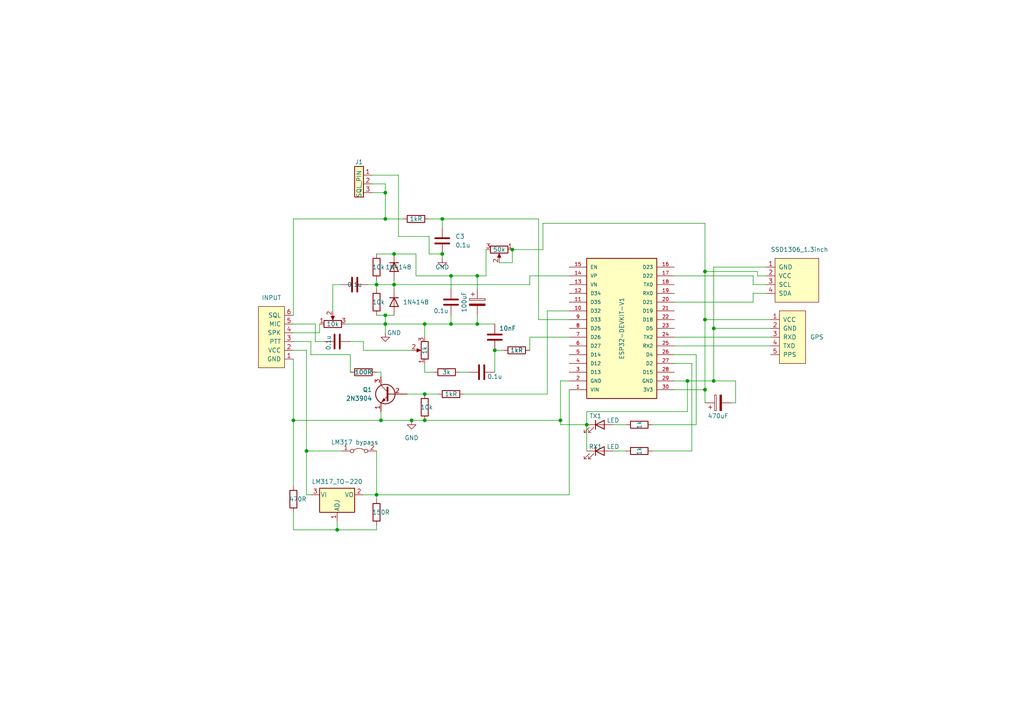
<source format=kicad_sch>
(kicad_sch (version 20211123) (generator eeschema)

  (uuid 1cefcfaa-b6bd-4dbe-8244-cbe326a7e40b)

  (paper "A4")

  (title_block
    (title "APRS_AIO_v1.0")
    (comment 1 "TA1AYH & TA2PLT")
  )

  (lib_symbols
    (symbol "Device:C" (pin_numbers hide) (pin_names (offset 0.254)) (in_bom yes) (on_board yes)
      (property "Reference" "C" (id 0) (at 0.635 2.54 0)
        (effects (font (size 1.27 1.27)) (justify left))
      )
      (property "Value" "C" (id 1) (at 0.635 -2.54 0)
        (effects (font (size 1.27 1.27)) (justify left))
      )
      (property "Footprint" "" (id 2) (at 0.9652 -3.81 0)
        (effects (font (size 1.27 1.27)) hide)
      )
      (property "Datasheet" "~" (id 3) (at 0 0 0)
        (effects (font (size 1.27 1.27)) hide)
      )
      (property "ki_keywords" "cap capacitor" (id 4) (at 0 0 0)
        (effects (font (size 1.27 1.27)) hide)
      )
      (property "ki_description" "Unpolarized capacitor" (id 5) (at 0 0 0)
        (effects (font (size 1.27 1.27)) hide)
      )
      (property "ki_fp_filters" "C_*" (id 6) (at 0 0 0)
        (effects (font (size 1.27 1.27)) hide)
      )
      (symbol "C_0_1"
        (polyline
          (pts
            (xy -2.032 -0.762)
            (xy 2.032 -0.762)
          )
          (stroke (width 0.508) (type default) (color 0 0 0 0))
          (fill (type none))
        )
        (polyline
          (pts
            (xy -2.032 0.762)
            (xy 2.032 0.762)
          )
          (stroke (width 0.508) (type default) (color 0 0 0 0))
          (fill (type none))
        )
      )
      (symbol "C_1_1"
        (pin passive line (at 0 3.81 270) (length 2.794)
          (name "~" (effects (font (size 1.27 1.27))))
          (number "1" (effects (font (size 1.27 1.27))))
        )
        (pin passive line (at 0 -3.81 90) (length 2.794)
          (name "~" (effects (font (size 1.27 1.27))))
          (number "2" (effects (font (size 1.27 1.27))))
        )
      )
    )
    (symbol "Device:C_Polarized" (pin_numbers hide) (pin_names (offset 0.254)) (in_bom yes) (on_board yes)
      (property "Reference" "C" (id 0) (at 0.635 2.54 0)
        (effects (font (size 1.27 1.27)) (justify left))
      )
      (property "Value" "C_Polarized" (id 1) (at 0.635 -2.54 0)
        (effects (font (size 1.27 1.27)) (justify left))
      )
      (property "Footprint" "" (id 2) (at 0.9652 -3.81 0)
        (effects (font (size 1.27 1.27)) hide)
      )
      (property "Datasheet" "~" (id 3) (at 0 0 0)
        (effects (font (size 1.27 1.27)) hide)
      )
      (property "ki_keywords" "cap capacitor" (id 4) (at 0 0 0)
        (effects (font (size 1.27 1.27)) hide)
      )
      (property "ki_description" "Polarized capacitor" (id 5) (at 0 0 0)
        (effects (font (size 1.27 1.27)) hide)
      )
      (property "ki_fp_filters" "CP_*" (id 6) (at 0 0 0)
        (effects (font (size 1.27 1.27)) hide)
      )
      (symbol "C_Polarized_0_1"
        (rectangle (start -2.286 0.508) (end 2.286 1.016)
          (stroke (width 0) (type default) (color 0 0 0 0))
          (fill (type none))
        )
        (polyline
          (pts
            (xy -1.778 2.286)
            (xy -0.762 2.286)
          )
          (stroke (width 0) (type default) (color 0 0 0 0))
          (fill (type none))
        )
        (polyline
          (pts
            (xy -1.27 2.794)
            (xy -1.27 1.778)
          )
          (stroke (width 0) (type default) (color 0 0 0 0))
          (fill (type none))
        )
        (rectangle (start 2.286 -0.508) (end -2.286 -1.016)
          (stroke (width 0) (type default) (color 0 0 0 0))
          (fill (type outline))
        )
      )
      (symbol "C_Polarized_1_1"
        (pin passive line (at 0 3.81 270) (length 2.794)
          (name "~" (effects (font (size 1.27 1.27))))
          (number "1" (effects (font (size 1.27 1.27))))
        )
        (pin passive line (at 0 -3.81 90) (length 2.794)
          (name "~" (effects (font (size 1.27 1.27))))
          (number "2" (effects (font (size 1.27 1.27))))
        )
      )
    )
    (symbol "Device:LED" (pin_numbers hide) (pin_names (offset 1.016) hide) (in_bom yes) (on_board yes)
      (property "Reference" "D" (id 0) (at 0 2.54 0)
        (effects (font (size 1.27 1.27)))
      )
      (property "Value" "LED" (id 1) (at 0 -2.54 0)
        (effects (font (size 1.27 1.27)))
      )
      (property "Footprint" "" (id 2) (at 0 0 0)
        (effects (font (size 1.27 1.27)) hide)
      )
      (property "Datasheet" "~" (id 3) (at 0 0 0)
        (effects (font (size 1.27 1.27)) hide)
      )
      (property "ki_keywords" "LED diode" (id 4) (at 0 0 0)
        (effects (font (size 1.27 1.27)) hide)
      )
      (property "ki_description" "Light emitting diode" (id 5) (at 0 0 0)
        (effects (font (size 1.27 1.27)) hide)
      )
      (property "ki_fp_filters" "LED* LED_SMD:* LED_THT:*" (id 6) (at 0 0 0)
        (effects (font (size 1.27 1.27)) hide)
      )
      (symbol "LED_0_1"
        (polyline
          (pts
            (xy -1.27 -1.27)
            (xy -1.27 1.27)
          )
          (stroke (width 0.254) (type default) (color 0 0 0 0))
          (fill (type none))
        )
        (polyline
          (pts
            (xy -1.27 0)
            (xy 1.27 0)
          )
          (stroke (width 0) (type default) (color 0 0 0 0))
          (fill (type none))
        )
        (polyline
          (pts
            (xy 1.27 -1.27)
            (xy 1.27 1.27)
            (xy -1.27 0)
            (xy 1.27 -1.27)
          )
          (stroke (width 0.254) (type default) (color 0 0 0 0))
          (fill (type none))
        )
        (polyline
          (pts
            (xy -3.048 -0.762)
            (xy -4.572 -2.286)
            (xy -3.81 -2.286)
            (xy -4.572 -2.286)
            (xy -4.572 -1.524)
          )
          (stroke (width 0) (type default) (color 0 0 0 0))
          (fill (type none))
        )
        (polyline
          (pts
            (xy -1.778 -0.762)
            (xy -3.302 -2.286)
            (xy -2.54 -2.286)
            (xy -3.302 -2.286)
            (xy -3.302 -1.524)
          )
          (stroke (width 0) (type default) (color 0 0 0 0))
          (fill (type none))
        )
      )
      (symbol "LED_1_1"
        (pin passive line (at -3.81 0 0) (length 2.54)
          (name "K" (effects (font (size 1.27 1.27))))
          (number "1" (effects (font (size 1.27 1.27))))
        )
        (pin passive line (at 3.81 0 180) (length 2.54)
          (name "A" (effects (font (size 1.27 1.27))))
          (number "2" (effects (font (size 1.27 1.27))))
        )
      )
    )
    (symbol "Device:R" (pin_numbers hide) (pin_names (offset 0)) (in_bom yes) (on_board yes)
      (property "Reference" "R" (id 0) (at 2.032 0 90)
        (effects (font (size 1.27 1.27)))
      )
      (property "Value" "R" (id 1) (at 0 0 90)
        (effects (font (size 1.27 1.27)))
      )
      (property "Footprint" "" (id 2) (at -1.778 0 90)
        (effects (font (size 1.27 1.27)) hide)
      )
      (property "Datasheet" "~" (id 3) (at 0 0 0)
        (effects (font (size 1.27 1.27)) hide)
      )
      (property "ki_keywords" "R res resistor" (id 4) (at 0 0 0)
        (effects (font (size 1.27 1.27)) hide)
      )
      (property "ki_description" "Resistor" (id 5) (at 0 0 0)
        (effects (font (size 1.27 1.27)) hide)
      )
      (property "ki_fp_filters" "R_*" (id 6) (at 0 0 0)
        (effects (font (size 1.27 1.27)) hide)
      )
      (symbol "R_0_1"
        (rectangle (start -1.016 -2.54) (end 1.016 2.54)
          (stroke (width 0.254) (type default) (color 0 0 0 0))
          (fill (type none))
        )
      )
      (symbol "R_1_1"
        (pin passive line (at 0 3.81 270) (length 1.27)
          (name "~" (effects (font (size 1.27 1.27))))
          (number "1" (effects (font (size 1.27 1.27))))
        )
        (pin passive line (at 0 -3.81 90) (length 1.27)
          (name "~" (effects (font (size 1.27 1.27))))
          (number "2" (effects (font (size 1.27 1.27))))
        )
      )
    )
    (symbol "Device:R_Potentiometer" (pin_names (offset 1.016) hide) (in_bom yes) (on_board yes)
      (property "Reference" "RV" (id 0) (at -4.445 0 90)
        (effects (font (size 1.27 1.27)))
      )
      (property "Value" "R_Potentiometer" (id 1) (at -2.54 0 90)
        (effects (font (size 1.27 1.27)))
      )
      (property "Footprint" "" (id 2) (at 0 0 0)
        (effects (font (size 1.27 1.27)) hide)
      )
      (property "Datasheet" "~" (id 3) (at 0 0 0)
        (effects (font (size 1.27 1.27)) hide)
      )
      (property "ki_keywords" "resistor variable" (id 4) (at 0 0 0)
        (effects (font (size 1.27 1.27)) hide)
      )
      (property "ki_description" "Potentiometer" (id 5) (at 0 0 0)
        (effects (font (size 1.27 1.27)) hide)
      )
      (property "ki_fp_filters" "Potentiometer*" (id 6) (at 0 0 0)
        (effects (font (size 1.27 1.27)) hide)
      )
      (symbol "R_Potentiometer_0_1"
        (polyline
          (pts
            (xy 2.54 0)
            (xy 1.524 0)
          )
          (stroke (width 0) (type default) (color 0 0 0 0))
          (fill (type none))
        )
        (polyline
          (pts
            (xy 1.143 0)
            (xy 2.286 0.508)
            (xy 2.286 -0.508)
            (xy 1.143 0)
          )
          (stroke (width 0) (type default) (color 0 0 0 0))
          (fill (type outline))
        )
        (rectangle (start 1.016 2.54) (end -1.016 -2.54)
          (stroke (width 0.254) (type default) (color 0 0 0 0))
          (fill (type none))
        )
      )
      (symbol "R_Potentiometer_1_1"
        (pin passive line (at 0 3.81 270) (length 1.27)
          (name "1" (effects (font (size 1.27 1.27))))
          (number "1" (effects (font (size 1.27 1.27))))
        )
        (pin passive line (at 3.81 0 180) (length 1.27)
          (name "2" (effects (font (size 1.27 1.27))))
          (number "2" (effects (font (size 1.27 1.27))))
        )
        (pin passive line (at 0 -3.81 90) (length 1.27)
          (name "3" (effects (font (size 1.27 1.27))))
          (number "3" (effects (font (size 1.27 1.27))))
        )
      )
    )
    (symbol "Diode:1N4148" (pin_numbers hide) (pin_names hide) (in_bom yes) (on_board yes)
      (property "Reference" "D" (id 0) (at 0 2.54 0)
        (effects (font (size 1.27 1.27)))
      )
      (property "Value" "1N4148" (id 1) (at 0 -2.54 0)
        (effects (font (size 1.27 1.27)))
      )
      (property "Footprint" "Diode_THT:D_DO-35_SOD27_P7.62mm_Horizontal" (id 2) (at 0 0 0)
        (effects (font (size 1.27 1.27)) hide)
      )
      (property "Datasheet" "https://assets.nexperia.com/documents/data-sheet/1N4148_1N4448.pdf" (id 3) (at 0 0 0)
        (effects (font (size 1.27 1.27)) hide)
      )
      (property "ki_keywords" "diode" (id 4) (at 0 0 0)
        (effects (font (size 1.27 1.27)) hide)
      )
      (property "ki_description" "100V 0.15A standard switching diode, DO-35" (id 5) (at 0 0 0)
        (effects (font (size 1.27 1.27)) hide)
      )
      (property "ki_fp_filters" "D*DO?35*" (id 6) (at 0 0 0)
        (effects (font (size 1.27 1.27)) hide)
      )
      (symbol "1N4148_0_1"
        (polyline
          (pts
            (xy -1.27 1.27)
            (xy -1.27 -1.27)
          )
          (stroke (width 0.254) (type default) (color 0 0 0 0))
          (fill (type none))
        )
        (polyline
          (pts
            (xy 1.27 0)
            (xy -1.27 0)
          )
          (stroke (width 0) (type default) (color 0 0 0 0))
          (fill (type none))
        )
        (polyline
          (pts
            (xy 1.27 1.27)
            (xy 1.27 -1.27)
            (xy -1.27 0)
            (xy 1.27 1.27)
          )
          (stroke (width 0.254) (type default) (color 0 0 0 0))
          (fill (type none))
        )
      )
      (symbol "1N4148_1_1"
        (pin passive line (at -3.81 0 0) (length 2.54)
          (name "K" (effects (font (size 1.27 1.27))))
          (number "1" (effects (font (size 1.27 1.27))))
        )
        (pin passive line (at 3.81 0 180) (length 2.54)
          (name "A" (effects (font (size 1.27 1.27))))
          (number "2" (effects (font (size 1.27 1.27))))
        )
      )
    )
    (symbol "Jumper:Jumper_2_Bridged" (pin_names (offset 0) hide) (in_bom yes) (on_board yes)
      (property "Reference" "JP" (id 0) (at 0 1.905 0)
        (effects (font (size 1.27 1.27)))
      )
      (property "Value" "Jumper_2_Bridged" (id 1) (at 0 -2.54 0)
        (effects (font (size 1.27 1.27)))
      )
      (property "Footprint" "" (id 2) (at 0 0 0)
        (effects (font (size 1.27 1.27)) hide)
      )
      (property "Datasheet" "~" (id 3) (at 0 0 0)
        (effects (font (size 1.27 1.27)) hide)
      )
      (property "ki_keywords" "Jumper SPST" (id 4) (at 0 0 0)
        (effects (font (size 1.27 1.27)) hide)
      )
      (property "ki_description" "Jumper, 2-pole, closed/bridged" (id 5) (at 0 0 0)
        (effects (font (size 1.27 1.27)) hide)
      )
      (property "ki_fp_filters" "Jumper* TestPoint*2Pads* TestPoint*Bridge*" (id 6) (at 0 0 0)
        (effects (font (size 1.27 1.27)) hide)
      )
      (symbol "Jumper_2_Bridged_0_0"
        (circle (center -2.032 0) (radius 0.508)
          (stroke (width 0) (type default) (color 0 0 0 0))
          (fill (type none))
        )
        (circle (center 2.032 0) (radius 0.508)
          (stroke (width 0) (type default) (color 0 0 0 0))
          (fill (type none))
        )
      )
      (symbol "Jumper_2_Bridged_0_1"
        (arc (start 1.524 0.254) (mid 0 0.762) (end -1.524 0.254)
          (stroke (width 0) (type default) (color 0 0 0 0))
          (fill (type none))
        )
      )
      (symbol "Jumper_2_Bridged_1_1"
        (pin passive line (at -5.08 0 0) (length 2.54)
          (name "A" (effects (font (size 1.27 1.27))))
          (number "1" (effects (font (size 1.27 1.27))))
        )
        (pin passive line (at 5.08 0 180) (length 2.54)
          (name "B" (effects (font (size 1.27 1.27))))
          (number "2" (effects (font (size 1.27 1.27))))
        )
      )
    )
    (symbol "PIN:INPUT" (pin_names (offset 1.016)) (in_bom yes) (on_board yes)
      (property "Reference" "Brd?" (id 0) (at 5.08 7.62 0)
        (effects (font (size 1.27 1.27)) hide)
      )
      (property "Value" "INPUT" (id 1) (at 3.81 10.16 0)
        (effects (font (size 1.27 1.27)))
      )
      (property "Footprint" "" (id 2) (at -6.35 0 90)
        (effects (font (size 1.27 1.27)) hide)
      )
      (property "Datasheet" "" (id 3) (at -6.35 0 90)
        (effects (font (size 1.27 1.27)) hide)
      )
      (property "ki_fp_filters" "SSD1306-128x64_OLED:SSD1306" (id 4) (at 0 0 0)
        (effects (font (size 1.27 1.27)) hide)
      )
      (symbol "INPUT_0_1"
        (rectangle (start 0 7.62) (end 7.62 -10.16)
          (stroke (width 0) (type default) (color 0 0 0 0))
          (fill (type background))
        )
      )
      (symbol "INPUT_1_1"
        (pin input line (at 10.16 -7.62 180) (length 2.54)
          (name "GND" (effects (font (size 1.27 1.27))))
          (number "1" (effects (font (size 1.27 1.27))))
        )
        (pin input line (at 10.16 -5.08 180) (length 2.54)
          (name "VCC" (effects (font (size 1.27 1.27))))
          (number "2" (effects (font (size 1.27 1.27))))
        )
        (pin output line (at 10.16 -2.54 180) (length 2.54)
          (name "PTT" (effects (font (size 1.27 1.27))))
          (number "3" (effects (font (size 1.27 1.27))))
        )
        (pin input line (at 10.16 0 180) (length 2.54)
          (name "SPK" (effects (font (size 1.27 1.27))))
          (number "4" (effects (font (size 1.27 1.27))))
        )
        (pin passive line (at 10.16 2.54 180) (length 2.54)
          (name "MIC" (effects (font (size 1.27 1.27))))
          (number "5" (effects (font (size 1.27 1.27))))
        )
        (pin passive line (at 10.16 5.08 180) (length 2.54)
          (name "SQL" (effects (font (size 1.27 1.27))))
          (number "6" (effects (font (size 1.27 1.27))))
        )
      )
    )
    (symbol "RF_GPS:GPS" (pin_names (offset 1.016)) (in_bom yes) (on_board yes)
      (property "Reference" "Brd" (id 0) (at 5.08 7.62 0)
        (effects (font (size 1.27 1.27)) hide)
      )
      (property "Value" "GPS" (id 1) (at 0 0 0)
        (effects (font (size 1.27 1.27)))
      )
      (property "Footprint" "" (id 2) (at -6.35 0 90)
        (effects (font (size 1.27 1.27)) hide)
      )
      (property "Datasheet" "" (id 3) (at -6.35 0 90)
        (effects (font (size 1.27 1.27)) hide)
      )
      (property "ki_fp_filters" "SSD1306-128x64_OLED:SSD1306" (id 4) (at 0 0 0)
        (effects (font (size 1.27 1.27)) hide)
      )
      (symbol "GPS_0_1"
        (rectangle (start 0 7.62) (end 7.62 -7.62)
          (stroke (width 0) (type default) (color 0 0 0 0))
          (fill (type background))
        )
      )
      (symbol "GPS_1_1"
        (pin input line (at 10.16 5.08 180) (length 2.54)
          (name "VCC" (effects (font (size 1.27 1.27))))
          (number "1" (effects (font (size 1.27 1.27))))
        )
        (pin input line (at 10.16 2.54 180) (length 2.54)
          (name "GND" (effects (font (size 1.27 1.27))))
          (number "2" (effects (font (size 1.27 1.27))))
        )
        (pin input line (at 10.16 0 180) (length 2.54)
          (name "RXD" (effects (font (size 1.27 1.27))))
          (number "3" (effects (font (size 1.27 1.27))))
        )
        (pin output line (at 10.16 -2.54 180) (length 2.54)
          (name "TXD" (effects (font (size 1.27 1.27))))
          (number "4" (effects (font (size 1.27 1.27))))
        )
        (pin passive line (at 10.16 -5.08 180) (length 2.54)
          (name "PPS" (effects (font (size 1.27 1.27))))
          (number "5" (effects (font (size 1.27 1.27))))
        )
      )
    )
    (symbol "Regulator_Linear:LM317_TO-220" (pin_names (offset 0.254)) (in_bom yes) (on_board yes)
      (property "Reference" "U" (id 0) (at -3.81 3.175 0)
        (effects (font (size 1.27 1.27)))
      )
      (property "Value" "LM317_TO-220" (id 1) (at 0 3.175 0)
        (effects (font (size 1.27 1.27)) (justify left))
      )
      (property "Footprint" "Package_TO_SOT_THT:TO-220-3_Vertical" (id 2) (at 0 6.35 0)
        (effects (font (size 1.27 1.27) italic) hide)
      )
      (property "Datasheet" "http://www.ti.com/lit/ds/symlink/lm317.pdf" (id 3) (at 0 0 0)
        (effects (font (size 1.27 1.27)) hide)
      )
      (property "ki_keywords" "Adjustable Voltage Regulator 1A Positive" (id 4) (at 0 0 0)
        (effects (font (size 1.27 1.27)) hide)
      )
      (property "ki_description" "1.5A 35V Adjustable Linear Regulator, TO-220" (id 5) (at 0 0 0)
        (effects (font (size 1.27 1.27)) hide)
      )
      (property "ki_fp_filters" "TO?220*" (id 6) (at 0 0 0)
        (effects (font (size 1.27 1.27)) hide)
      )
      (symbol "LM317_TO-220_0_1"
        (rectangle (start -5.08 1.905) (end 5.08 -5.08)
          (stroke (width 0.254) (type default) (color 0 0 0 0))
          (fill (type background))
        )
      )
      (symbol "LM317_TO-220_1_1"
        (pin input line (at 0 -7.62 90) (length 2.54)
          (name "ADJ" (effects (font (size 1.27 1.27))))
          (number "1" (effects (font (size 1.27 1.27))))
        )
        (pin power_out line (at 7.62 0 180) (length 2.54)
          (name "VO" (effects (font (size 1.27 1.27))))
          (number "2" (effects (font (size 1.27 1.27))))
        )
        (pin power_in line (at -7.62 0 0) (length 2.54)
          (name "VI" (effects (font (size 1.27 1.27))))
          (number "3" (effects (font (size 1.27 1.27))))
        )
      )
    )
    (symbol "Transistor_BJT:2N3904" (pin_names (offset 0) hide) (in_bom yes) (on_board yes)
      (property "Reference" "Q" (id 0) (at 5.08 1.905 0)
        (effects (font (size 1.27 1.27)) (justify left))
      )
      (property "Value" "2N3904" (id 1) (at 5.08 0 0)
        (effects (font (size 1.27 1.27)) (justify left))
      )
      (property "Footprint" "Package_TO_SOT_THT:TO-92_Inline" (id 2) (at 5.08 -1.905 0)
        (effects (font (size 1.27 1.27) italic) (justify left) hide)
      )
      (property "Datasheet" "https://www.onsemi.com/pub/Collateral/2N3903-D.PDF" (id 3) (at 0 0 0)
        (effects (font (size 1.27 1.27)) (justify left) hide)
      )
      (property "ki_keywords" "NPN Transistor" (id 4) (at 0 0 0)
        (effects (font (size 1.27 1.27)) hide)
      )
      (property "ki_description" "0.2A Ic, 40V Vce, Small Signal NPN Transistor, TO-92" (id 5) (at 0 0 0)
        (effects (font (size 1.27 1.27)) hide)
      )
      (property "ki_fp_filters" "TO?92*" (id 6) (at 0 0 0)
        (effects (font (size 1.27 1.27)) hide)
      )
      (symbol "2N3904_0_1"
        (polyline
          (pts
            (xy 0.635 0.635)
            (xy 2.54 2.54)
          )
          (stroke (width 0) (type default) (color 0 0 0 0))
          (fill (type none))
        )
        (polyline
          (pts
            (xy 0.635 -0.635)
            (xy 2.54 -2.54)
            (xy 2.54 -2.54)
          )
          (stroke (width 0) (type default) (color 0 0 0 0))
          (fill (type none))
        )
        (polyline
          (pts
            (xy 0.635 1.905)
            (xy 0.635 -1.905)
            (xy 0.635 -1.905)
          )
          (stroke (width 0.508) (type default) (color 0 0 0 0))
          (fill (type none))
        )
        (polyline
          (pts
            (xy 1.27 -1.778)
            (xy 1.778 -1.27)
            (xy 2.286 -2.286)
            (xy 1.27 -1.778)
            (xy 1.27 -1.778)
          )
          (stroke (width 0) (type default) (color 0 0 0 0))
          (fill (type outline))
        )
        (circle (center 1.27 0) (radius 2.8194)
          (stroke (width 0.254) (type default) (color 0 0 0 0))
          (fill (type none))
        )
      )
      (symbol "2N3904_1_1"
        (pin passive line (at 2.54 -5.08 90) (length 2.54)
          (name "E" (effects (font (size 1.27 1.27))))
          (number "1" (effects (font (size 1.27 1.27))))
        )
        (pin passive line (at -5.08 0 0) (length 5.715)
          (name "B" (effects (font (size 1.27 1.27))))
          (number "2" (effects (font (size 1.27 1.27))))
        )
        (pin passive line (at 2.54 5.08 270) (length 2.54)
          (name "C" (effects (font (size 1.27 1.27))))
          (number "3" (effects (font (size 1.27 1.27))))
        )
      )
    )
    (symbol "esp32:ESP32-DEVKIT-V1" (pin_names (offset 1.016)) (in_bom yes) (on_board yes)
      (property "Reference" "U" (id 0) (at -10.16 10.16 0)
        (effects (font (size 1.27 1.27)) (justify left top))
      )
      (property "Value" "ESP32-DEVKIT-V1" (id 1) (at -7.62 -38.1 0)
        (effects (font (size 1.27 1.27)) (justify left bottom))
      )
      (property "Footprint" "MODULE_ESP32_DEVKIT_V1" (id 2) (at 0 15.24 0)
        (effects (font (size 1.27 1.27)) (justify bottom) hide)
      )
      (property "Datasheet" "" (id 3) (at 0 0 0)
        (effects (font (size 1.27 1.27)) hide)
      )
      (property "MAXIMUM_PACKAGE_HEIGHT" "6.8 mm" (id 4) (at 0 8.89 0)
        (effects (font (size 1.27 1.27)) (justify bottom) hide)
      )
      (property "PARTREV" "N/A" (id 5) (at 0 11.43 0)
        (effects (font (size 1.27 1.27)) (justify bottom) hide)
      )
      (property "STANDARD" "Manufacturer Recommendations" (id 6) (at -1.27 19.05 0)
        (effects (font (size 1.27 1.27)) (justify bottom) hide)
      )
      (property "MANUFACTURER" "DOIT" (id 7) (at 0 0 0)
        (effects (font (size 1.27 1.27)) (justify bottom) hide)
      )
      (symbol "ESP32-DEVKIT-V1_0_0"
        (rectangle (start -10.16 5.08) (end 10.16 -35.56)
          (stroke (width 0.254) (type default) (color 0 0 0 0))
          (fill (type background))
        )
        (pin input line (at -15.24 -33.02 0) (length 5.08)
          (name "VIN" (effects (font (size 1.016 1.016))))
          (number "1" (effects (font (size 1.016 1.016))))
        )
        (pin bidirectional line (at -15.24 -10.16 0) (length 5.08)
          (name "D32" (effects (font (size 1.016 1.016))))
          (number "10" (effects (font (size 1.016 1.016))))
        )
        (pin bidirectional line (at -15.24 -7.62 0) (length 5.08)
          (name "D35" (effects (font (size 1.016 1.016))))
          (number "11" (effects (font (size 1.016 1.016))))
        )
        (pin bidirectional line (at -15.24 -5.08 0) (length 5.08)
          (name "D34" (effects (font (size 1.016 1.016))))
          (number "12" (effects (font (size 1.016 1.016))))
        )
        (pin bidirectional line (at -15.24 -2.54 0) (length 5.08)
          (name "VN" (effects (font (size 1.016 1.016))))
          (number "13" (effects (font (size 1.016 1.016))))
        )
        (pin bidirectional line (at -15.24 0 0) (length 5.08)
          (name "VP" (effects (font (size 1.016 1.016))))
          (number "14" (effects (font (size 1.016 1.016))))
        )
        (pin input line (at -15.24 2.54 0) (length 5.08)
          (name "EN" (effects (font (size 1.016 1.016))))
          (number "15" (effects (font (size 1.016 1.016))))
        )
        (pin bidirectional line (at 15.24 2.54 180) (length 5.08)
          (name "D23" (effects (font (size 1.016 1.016))))
          (number "16" (effects (font (size 1.016 1.016))))
        )
        (pin bidirectional line (at 15.24 0 180) (length 5.08)
          (name "D22" (effects (font (size 1.016 1.016))))
          (number "17" (effects (font (size 1.016 1.016))))
        )
        (pin output line (at 15.24 -2.54 180) (length 5.08)
          (name "TX0" (effects (font (size 1.016 1.016))))
          (number "18" (effects (font (size 1.016 1.016))))
        )
        (pin input line (at 15.24 -5.08 180) (length 5.08)
          (name "RX0" (effects (font (size 1.016 1.016))))
          (number "19" (effects (font (size 1.016 1.016))))
        )
        (pin power_in line (at -15.24 -30.48 0) (length 5.08)
          (name "GND" (effects (font (size 1.016 1.016))))
          (number "2" (effects (font (size 1.016 1.016))))
        )
        (pin bidirectional line (at 15.24 -7.62 180) (length 5.08)
          (name "D21" (effects (font (size 1.016 1.016))))
          (number "20" (effects (font (size 1.016 1.016))))
        )
        (pin bidirectional line (at 15.24 -10.16 180) (length 5.08)
          (name "D19" (effects (font (size 1.016 1.016))))
          (number "21" (effects (font (size 1.016 1.016))))
        )
        (pin bidirectional line (at 15.24 -12.7 180) (length 5.08)
          (name "D18" (effects (font (size 1.016 1.016))))
          (number "22" (effects (font (size 1.016 1.016))))
        )
        (pin bidirectional line (at 15.24 -15.24 180) (length 5.08)
          (name "D5" (effects (font (size 1.016 1.016))))
          (number "23" (effects (font (size 1.016 1.016))))
        )
        (pin output line (at 15.24 -17.78 180) (length 5.08)
          (name "TX2" (effects (font (size 1.016 1.016))))
          (number "24" (effects (font (size 1.016 1.016))))
        )
        (pin input line (at 15.24 -20.32 180) (length 5.08)
          (name "RX2" (effects (font (size 1.016 1.016))))
          (number "25" (effects (font (size 1.016 1.016))))
        )
        (pin bidirectional line (at 15.24 -22.86 180) (length 5.08)
          (name "D4" (effects (font (size 1.016 1.016))))
          (number "26" (effects (font (size 1.016 1.016))))
        )
        (pin bidirectional line (at 15.24 -25.4 180) (length 5.08)
          (name "D2" (effects (font (size 1.016 1.016))))
          (number "27" (effects (font (size 1.016 1.016))))
        )
        (pin bidirectional line (at 15.24 -27.94 180) (length 5.08)
          (name "D15" (effects (font (size 1.016 1.016))))
          (number "28" (effects (font (size 1.016 1.016))))
        )
        (pin power_in line (at 15.24 -30.48 180) (length 5.08)
          (name "GND" (effects (font (size 1.016 1.016))))
          (number "29" (effects (font (size 1.016 1.016))))
        )
        (pin bidirectional line (at -15.24 -27.94 0) (length 5.08)
          (name "D13" (effects (font (size 1.016 1.016))))
          (number "3" (effects (font (size 1.016 1.016))))
        )
        (pin output line (at 15.24 -33.02 180) (length 5.08)
          (name "3V3" (effects (font (size 1.016 1.016))))
          (number "30" (effects (font (size 1.016 1.016))))
        )
        (pin bidirectional line (at -15.24 -25.4 0) (length 5.08)
          (name "D12" (effects (font (size 1.016 1.016))))
          (number "4" (effects (font (size 1.016 1.016))))
        )
        (pin bidirectional line (at -15.24 -22.86 0) (length 5.08)
          (name "D14" (effects (font (size 1.016 1.016))))
          (number "5" (effects (font (size 1.016 1.016))))
        )
        (pin bidirectional line (at -15.24 -20.32 0) (length 5.08)
          (name "D27" (effects (font (size 1.016 1.016))))
          (number "6" (effects (font (size 1.016 1.016))))
        )
        (pin bidirectional line (at -15.24 -17.78 0) (length 5.08)
          (name "D26" (effects (font (size 1.016 1.016))))
          (number "7" (effects (font (size 1.016 1.016))))
        )
        (pin bidirectional line (at -15.24 -15.24 0) (length 5.08)
          (name "D25" (effects (font (size 1.016 1.016))))
          (number "8" (effects (font (size 1.016 1.016))))
        )
        (pin bidirectional line (at -15.24 -12.7 0) (length 5.08)
          (name "D33" (effects (font (size 1.016 1.016))))
          (number "9" (effects (font (size 1.016 1.016))))
        )
      )
    )
    (symbol "ms:Connector_Barrel_Jack_Switch_Pin3Ring" (pin_names hide) (in_bom yes) (on_board yes)
      (property "Reference" "J1" (id 0) (at 0 8.89 0)
        (effects (font (size 1.27 1.27)))
      )
      (property "Value" "SQL_PIN" (id 1) (at 5.08 0 90)
        (effects (font (size 1.27 1.27)))
      )
      (property "Footprint" "MS:SQL_PIN" (id 2) (at 0 -5.08 0)
        (effects (font (size 1.27 1.27)) hide)
      )
      (property "Datasheet" "" (id 3) (at 1.27 -1.016 0)
        (effects (font (size 1.27 1.27)) hide)
      )
      (property "ki_fp_filters" "BarrelJack*" (id 4) (at 0 0 0)
        (effects (font (size 1.27 1.27)) hide)
      )
      (symbol "Connector_Barrel_Jack_Switch_Pin3Ring_0_1"
        (rectangle (start 2.54 5.08) (end 5.08 -3.81)
          (stroke (width 0.254) (type default) (color 0 0 0 0))
          (fill (type background))
        )
      )
      (symbol "Connector_Barrel_Jack_Switch_Pin3Ring_1_1"
        (pin passive line (at 7.62 2.54 180) (length 2.54)
          (name "~" (effects (font (size 1.27 1.27))))
          (number "1" (effects (font (size 1.27 1.27))))
        )
        (pin passive line (at 7.62 0 180) (length 2.54)
          (name "~" (effects (font (size 1.27 1.27))))
          (number "2" (effects (font (size 1.27 1.27))))
        )
        (pin passive line (at 7.62 -2.54 180) (length 2.54)
          (name "~" (effects (font (size 1.27 1.27))))
          (number "3" (effects (font (size 1.27 1.27))))
        )
      )
    )
    (symbol "ms:Modular_Soldering_Station-rescue_SSD1306-SSD1306-128x64_OLED" (pin_names (offset 1.016)) (in_bom yes) (on_board yes)
      (property "Reference" "Brd" (id 0) (at -7.62 0 90)
        (effects (font (size 1.27 1.27)) hide)
      )
      (property "Value" "SSD1306_1.3inch" (id 1) (at 7.62 0 90)
        (effects (font (size 1.27 1.27)))
      )
      (property "Footprint" "" (id 2) (at 6.35 0 0)
        (effects (font (size 1.27 1.27)) hide)
      )
      (property "Datasheet" "" (id 3) (at 6.35 0 0)
        (effects (font (size 1.27 1.27)) hide)
      )
      (property "ki_fp_filters" "SSD1306-128x64_OLED:SSD1306" (id 4) (at 0 0 0)
        (effects (font (size 1.27 1.27)) hide)
      )
      (symbol "Modular_Soldering_Station-rescue_SSD1306-SSD1306-128x64_OLED_0_1"
        (rectangle (start -6.35 6.35) (end 6.35 -6.35)
          (stroke (width 0) (type default) (color 0 0 0 0))
          (fill (type background))
        )
      )
      (symbol "Modular_Soldering_Station-rescue_SSD1306-SSD1306-128x64_OLED_1_1"
        (pin input line (at -3.81 8.89 270) (length 2.54)
          (name "GND" (effects (font (size 1.27 1.27))))
          (number "1" (effects (font (size 1.27 1.27))))
        )
        (pin input line (at -1.27 8.89 270) (length 2.54)
          (name "VCC" (effects (font (size 1.27 1.27))))
          (number "2" (effects (font (size 1.27 1.27))))
        )
        (pin input line (at 1.27 8.89 270) (length 2.54)
          (name "SCL" (effects (font (size 1.27 1.27))))
          (number "3" (effects (font (size 1.27 1.27))))
        )
        (pin input line (at 3.81 8.89 270) (length 2.54)
          (name "SDA" (effects (font (size 1.27 1.27))))
          (number "4" (effects (font (size 1.27 1.27))))
        )
      )
    )
    (symbol "power:GND" (power) (pin_names (offset 0)) (in_bom yes) (on_board yes)
      (property "Reference" "#PWR" (id 0) (at 0 -6.35 0)
        (effects (font (size 1.27 1.27)) hide)
      )
      (property "Value" "GND" (id 1) (at 0 -3.81 0)
        (effects (font (size 1.27 1.27)))
      )
      (property "Footprint" "" (id 2) (at 0 0 0)
        (effects (font (size 1.27 1.27)) hide)
      )
      (property "Datasheet" "" (id 3) (at 0 0 0)
        (effects (font (size 1.27 1.27)) hide)
      )
      (property "ki_keywords" "power-flag" (id 4) (at 0 0 0)
        (effects (font (size 1.27 1.27)) hide)
      )
      (property "ki_description" "Power symbol creates a global label with name \"GND\" , ground" (id 5) (at 0 0 0)
        (effects (font (size 1.27 1.27)) hide)
      )
      (symbol "GND_0_1"
        (polyline
          (pts
            (xy 0 0)
            (xy 0 -1.27)
            (xy 1.27 -1.27)
            (xy 0 -2.54)
            (xy -1.27 -1.27)
            (xy 0 -1.27)
          )
          (stroke (width 0) (type default) (color 0 0 0 0))
          (fill (type none))
        )
      )
      (symbol "GND_1_1"
        (pin power_in line (at 0 0 270) (length 0) hide
          (name "GND" (effects (font (size 1.27 1.27))))
          (number "1" (effects (font (size 1.27 1.27))))
        )
      )
    )
  )

  (junction (at 128.27 73.66) (diameter 0) (color 0 0 0 0)
    (uuid 0a34f8b7-0c9f-440a-8e7e-6abcd2576b96)
  )
  (junction (at 109.22 143.51) (diameter 0) (color 0 0 0 0)
    (uuid 2c0404ff-c9c1-48f0-8464-de77364139ba)
  )
  (junction (at 111.76 91.44) (diameter 0) (color 0 0 0 0)
    (uuid 2f9b5cca-c199-40a0-a069-fcb921f686c7)
  )
  (junction (at 109.22 82.55) (diameter 0) (color 0 0 0 0)
    (uuid 32e4a371-591e-459c-a1d6-b4ba332549aa)
  )
  (junction (at 88.9 130.81) (diameter 0) (color 0 0 0 0)
    (uuid 5c20cb52-7a34-4147-88e5-1fad55334fd8)
  )
  (junction (at 130.81 80.01) (diameter 0) (color 0 0 0 0)
    (uuid 5ce69a9d-07ee-4da6-84b0-d0cfb80f5761)
  )
  (junction (at 199.39 110.49) (diameter 0) (color 0 0 0 0)
    (uuid 5cf7ac05-6c87-4067-99e7-45cb2b185e31)
  )
  (junction (at 110.49 121.92) (diameter 0) (color 0 0 0 0)
    (uuid 5d8204ed-112d-41b4-b125-020ff55ab613)
  )
  (junction (at 123.19 93.98) (diameter 0) (color 0 0 0 0)
    (uuid 5f9f861b-9f13-4929-a180-c21d67d0636c)
  )
  (junction (at 138.43 80.01) (diameter 0) (color 0 0 0 0)
    (uuid 67494ad3-45c7-4388-94fe-8313ed4e5b48)
  )
  (junction (at 130.81 93.98) (diameter 0) (color 0 0 0 0)
    (uuid 70d26923-7023-4c57-8189-4dc29c888dd5)
  )
  (junction (at 114.3 82.55) (diameter 0) (color 0 0 0 0)
    (uuid 765050e9-68af-4230-9ce1-2ccc5d4d639b)
  )
  (junction (at 148.59 72.39) (diameter 0) (color 0 0 0 0)
    (uuid 768f694b-88f0-49c2-9ea9-bf2f2602b390)
  )
  (junction (at 204.47 78.74) (diameter 0) (color 0 0 0 0)
    (uuid 7a992834-cb56-4d18-92fa-9005aa1ba450)
  )
  (junction (at 123.19 121.92) (diameter 0) (color 0 0 0 0)
    (uuid 7ab599fc-27bf-438e-a8ab-b47b9237f8eb)
  )
  (junction (at 143.51 101.6) (diameter 0) (color 0 0 0 0)
    (uuid 7d96cdf4-0664-428b-8efb-32c7850a4c4a)
  )
  (junction (at 162.56 121.92) (diameter 0) (color 0 0 0 0)
    (uuid 7fc292ed-9223-419d-85e6-1bca283e352f)
  )
  (junction (at 128.27 63.5) (diameter 0) (color 0 0 0 0)
    (uuid 8178c26f-8493-4eed-ab5f-353d155f7daf)
  )
  (junction (at 170.18 123.19) (diameter 0) (color 0 0 0 0)
    (uuid 8d356839-e185-4f04-96ce-38a88024e967)
  )
  (junction (at 204.47 113.03) (diameter 0) (color 0 0 0 0)
    (uuid 928cc516-856d-43ae-b2b4-03cfad13c46c)
  )
  (junction (at 204.47 92.71) (diameter 0) (color 0 0 0 0)
    (uuid 93eb449a-5cd0-42f7-9727-9f3b3683f27b)
  )
  (junction (at 97.79 153.67) (diameter 0) (color 0 0 0 0)
    (uuid 95bda184-628d-42f8-b7c0-8d292b7a7ece)
  )
  (junction (at 111.76 55.88) (diameter 0) (color 0 0 0 0)
    (uuid a99377d9-1895-4679-9679-ea341c2b6827)
  )
  (junction (at 123.19 114.3) (diameter 0) (color 0 0 0 0)
    (uuid aa5a9577-46d7-40ec-b40b-49ca1d40648a)
  )
  (junction (at 111.76 93.98) (diameter 0) (color 0 0 0 0)
    (uuid af8596c5-a2d8-4f51-a568-c033a48ee2d5)
  )
  (junction (at 111.76 63.5) (diameter 0) (color 0 0 0 0)
    (uuid b50e557b-5983-4053-9ce6-8e1680c05fea)
  )
  (junction (at 207.01 110.49) (diameter 0) (color 0 0 0 0)
    (uuid c99d8b2d-fb22-47e3-ae87-b90ab1b93d96)
  )
  (junction (at 138.43 93.98) (diameter 0) (color 0 0 0 0)
    (uuid d26657cb-1819-4c7a-ba1d-9a66ac4eab99)
  )
  (junction (at 114.3 73.66) (diameter 0) (color 0 0 0 0)
    (uuid da81e532-34b5-4e4c-b817-6b30d32e4dfd)
  )
  (junction (at 85.09 121.92) (diameter 0) (color 0 0 0 0)
    (uuid ee759d28-ef0e-478e-aac5-a33c9e2e485e)
  )
  (junction (at 119.38 121.92) (diameter 0) (color 0 0 0 0)
    (uuid f9f33905-f0a1-4769-a4c8-c38633167077)
  )
  (junction (at 207.01 95.25) (diameter 0) (color 0 0 0 0)
    (uuid fa0f7b3e-20d6-4c2c-99e3-5f7a7c9d5ee4)
  )

  (wire (pts (xy 96.52 82.55) (xy 99.06 82.55))
    (stroke (width 0) (type default) (color 0 0 0 0))
    (uuid 05a3e5ca-d597-4462-a57d-424ce9b1256b)
  )
  (wire (pts (xy 170.18 123.19) (xy 170.18 130.81))
    (stroke (width 0) (type default) (color 0 0 0 0))
    (uuid 05a64d2d-03b6-49d1-9efa-505e6d9ed3ba)
  )
  (wire (pts (xy 156.21 92.71) (xy 165.1 92.71))
    (stroke (width 0) (type default) (color 0 0 0 0))
    (uuid 0706fc27-7955-4b4b-a7d0-14f535a1eefd)
  )
  (wire (pts (xy 111.76 63.5) (xy 116.84 63.5))
    (stroke (width 0) (type default) (color 0 0 0 0))
    (uuid 088d71cb-633f-4293-9d3a-63eb5e8feaae)
  )
  (wire (pts (xy 109.22 81.28) (xy 109.22 82.55))
    (stroke (width 0) (type default) (color 0 0 0 0))
    (uuid 08d38c87-cf5a-4e4b-bf73-1a12d5e3ed88)
  )
  (wire (pts (xy 143.51 101.6) (xy 146.05 101.6))
    (stroke (width 0) (type default) (color 0 0 0 0))
    (uuid 09e98d4c-8049-4084-af77-4e2b011ad710)
  )
  (wire (pts (xy 101.6 102.87) (xy 101.6 107.95))
    (stroke (width 0) (type default) (color 0 0 0 0))
    (uuid 0c208d8a-329c-4b68-b9ba-19d864a9cfbc)
  )
  (wire (pts (xy 195.58 87.63) (xy 218.44 87.63))
    (stroke (width 0) (type default) (color 0 0 0 0))
    (uuid 0c8701c9-710a-4b89-906d-8e29cd07e3d6)
  )
  (wire (pts (xy 85.09 148.59) (xy 85.09 153.67))
    (stroke (width 0) (type default) (color 0 0 0 0))
    (uuid 0e90bd9b-b5c8-4546-a417-819d3f5a2f25)
  )
  (wire (pts (xy 170.18 119.38) (xy 170.18 123.19))
    (stroke (width 0) (type default) (color 0 0 0 0))
    (uuid 0fa28bd3-0fb4-4e30-8750-c00814e091dc)
  )
  (wire (pts (xy 119.38 121.92) (xy 123.19 121.92))
    (stroke (width 0) (type default) (color 0 0 0 0))
    (uuid 10d5ece4-7699-4493-b571-d1df94b4962b)
  )
  (wire (pts (xy 111.76 91.44) (xy 114.3 91.44))
    (stroke (width 0) (type default) (color 0 0 0 0))
    (uuid 115d9217-d9fc-4f1a-bdaa-d8e556d6cff8)
  )
  (wire (pts (xy 123.19 93.98) (xy 130.81 93.98))
    (stroke (width 0) (type default) (color 0 0 0 0))
    (uuid 171d1b97-890d-405b-9fe4-8d31741e68fe)
  )
  (wire (pts (xy 140.97 80.01) (xy 138.43 80.01))
    (stroke (width 0) (type default) (color 0 0 0 0))
    (uuid 17e73f9f-24c5-4b46-88e6-da74c4de2d8f)
  )
  (wire (pts (xy 124.46 73.66) (xy 128.27 73.66))
    (stroke (width 0) (type default) (color 0 0 0 0))
    (uuid 193c37e6-13c5-4735-a2bb-bc698117374c)
  )
  (wire (pts (xy 118.11 114.3) (xy 123.19 114.3))
    (stroke (width 0) (type default) (color 0 0 0 0))
    (uuid 1ca4ea57-c318-4fb0-acff-6dae7505fb13)
  )
  (wire (pts (xy 212.09 116.84) (xy 213.36 116.84))
    (stroke (width 0) (type default) (color 0 0 0 0))
    (uuid 1dcb4924-4d9f-42ef-9567-a3c2b4245340)
  )
  (wire (pts (xy 165.1 110.49) (xy 162.56 110.49))
    (stroke (width 0) (type default) (color 0 0 0 0))
    (uuid 1e5fe922-cde6-46bf-956f-b401a27afea9)
  )
  (wire (pts (xy 134.62 114.3) (xy 158.75 114.3))
    (stroke (width 0) (type default) (color 0 0 0 0))
    (uuid 205b2f70-380f-475e-a0db-f0c79fe0e3cb)
  )
  (wire (pts (xy 90.17 99.06) (xy 90.17 102.87))
    (stroke (width 0) (type default) (color 0 0 0 0))
    (uuid 22917cfc-14e2-40f8-a33c-865295873593)
  )
  (wire (pts (xy 158.75 114.3) (xy 158.75 90.17))
    (stroke (width 0) (type default) (color 0 0 0 0))
    (uuid 23f6887f-a5d4-453a-9e49-c2330ff6d040)
  )
  (wire (pts (xy 156.21 63.5) (xy 156.21 92.71))
    (stroke (width 0) (type default) (color 0 0 0 0))
    (uuid 247f84e6-aef9-49bd-86d2-e7e60bd969ee)
  )
  (wire (pts (xy 222.25 77.47) (xy 207.01 77.47))
    (stroke (width 0) (type default) (color 0 0 0 0))
    (uuid 2798e744-f9fd-4d53-923c-a53294143f93)
  )
  (wire (pts (xy 109.22 82.55) (xy 114.3 82.55))
    (stroke (width 0) (type default) (color 0 0 0 0))
    (uuid 2829f07a-dbae-4837-8176-9794cd273d24)
  )
  (wire (pts (xy 195.58 105.41) (xy 200.66 105.41))
    (stroke (width 0) (type default) (color 0 0 0 0))
    (uuid 2cd78a12-39fa-4f26-b132-629cb1ce0008)
  )
  (wire (pts (xy 195.58 110.49) (xy 199.39 110.49))
    (stroke (width 0) (type default) (color 0 0 0 0))
    (uuid 2d4f6497-96ef-4efd-9951-a78f7c3c62e5)
  )
  (wire (pts (xy 115.57 50.8) (xy 115.57 68.58))
    (stroke (width 0) (type default) (color 0 0 0 0))
    (uuid 2f26ce1c-3e5a-43d2-8b66-d64e54ae723b)
  )
  (wire (pts (xy 207.01 95.25) (xy 223.52 95.25))
    (stroke (width 0) (type default) (color 0 0 0 0))
    (uuid 315b6128-8f67-499a-bb01-56823b375fd7)
  )
  (wire (pts (xy 111.76 53.34) (xy 111.76 55.88))
    (stroke (width 0) (type default) (color 0 0 0 0))
    (uuid 31e2d1fd-b938-4818-847e-1cef2db38ead)
  )
  (wire (pts (xy 109.22 91.44) (xy 111.76 91.44))
    (stroke (width 0) (type default) (color 0 0 0 0))
    (uuid 32b1f963-4c5a-4c6b-8f31-2baa10a03353)
  )
  (wire (pts (xy 162.56 121.92) (xy 162.56 123.19))
    (stroke (width 0) (type default) (color 0 0 0 0))
    (uuid 380578a3-f7b1-4555-a40e-b6fc0970da80)
  )
  (wire (pts (xy 195.58 80.01) (xy 218.44 80.01))
    (stroke (width 0) (type default) (color 0 0 0 0))
    (uuid 38d16e40-2ab6-4535-9d96-537c4ae1e9e9)
  )
  (wire (pts (xy 91.44 99.06) (xy 91.44 93.98))
    (stroke (width 0) (type default) (color 0 0 0 0))
    (uuid 39fb227a-5181-43a7-af87-4bce2b0022e0)
  )
  (wire (pts (xy 111.76 93.98) (xy 111.76 96.52))
    (stroke (width 0) (type default) (color 0 0 0 0))
    (uuid 3bdb37e8-78fb-4791-8dd3-ac9ceedb051d)
  )
  (wire (pts (xy 153.67 97.79) (xy 165.1 97.79))
    (stroke (width 0) (type default) (color 0 0 0 0))
    (uuid 3e3cda1c-c7fc-43f3-b8d3-1c2cb3e0e3ad)
  )
  (wire (pts (xy 109.22 107.95) (xy 110.49 107.95))
    (stroke (width 0) (type default) (color 0 0 0 0))
    (uuid 411daa27-1d51-4194-911e-130b08ce69ef)
  )
  (wire (pts (xy 130.81 93.98) (xy 138.43 93.98))
    (stroke (width 0) (type default) (color 0 0 0 0))
    (uuid 431267bb-192d-4ef0-9418-1f228321f458)
  )
  (wire (pts (xy 97.79 151.13) (xy 97.79 153.67))
    (stroke (width 0) (type default) (color 0 0 0 0))
    (uuid 4432bf34-df35-4ee7-a401-40e6ac216226)
  )
  (wire (pts (xy 157.48 64.77) (xy 157.48 72.39))
    (stroke (width 0) (type default) (color 0 0 0 0))
    (uuid 4aa57ac2-84b1-434c-a7c8-892adf729a26)
  )
  (wire (pts (xy 204.47 92.71) (xy 223.52 92.71))
    (stroke (width 0) (type default) (color 0 0 0 0))
    (uuid 4b5dc43f-452f-4a7c-beac-331bb992dc40)
  )
  (wire (pts (xy 200.66 130.81) (xy 200.66 105.41))
    (stroke (width 0) (type default) (color 0 0 0 0))
    (uuid 4c7a1c5a-e117-4488-81c6-04f1fa620e68)
  )
  (wire (pts (xy 107.95 53.34) (xy 111.76 53.34))
    (stroke (width 0) (type default) (color 0 0 0 0))
    (uuid 4cdc5159-1ab8-4b75-ba0c-e50276122cff)
  )
  (wire (pts (xy 199.39 110.49) (xy 199.39 119.38))
    (stroke (width 0) (type default) (color 0 0 0 0))
    (uuid 4d13b403-3694-4150-a70e-9d8ab592ff4f)
  )
  (wire (pts (xy 110.49 121.92) (xy 119.38 121.92))
    (stroke (width 0) (type default) (color 0 0 0 0))
    (uuid 4d316188-697c-4a91-91eb-cc004e903db1)
  )
  (wire (pts (xy 138.43 91.44) (xy 138.43 93.98))
    (stroke (width 0) (type default) (color 0 0 0 0))
    (uuid 4eaddf43-7f0d-4a8d-b739-fd8788bad8c8)
  )
  (wire (pts (xy 204.47 64.77) (xy 157.48 64.77))
    (stroke (width 0) (type default) (color 0 0 0 0))
    (uuid 518923d4-f653-48c3-ab83-b6d9dc9d110d)
  )
  (wire (pts (xy 85.09 96.52) (xy 92.71 96.52))
    (stroke (width 0) (type default) (color 0 0 0 0))
    (uuid 53f61af8-5f51-4d1e-b305-2d272c70b960)
  )
  (wire (pts (xy 100.33 93.98) (xy 111.76 93.98))
    (stroke (width 0) (type default) (color 0 0 0 0))
    (uuid 5739240e-aaca-4b85-bde9-663149ac7602)
  )
  (wire (pts (xy 123.19 114.3) (xy 127 114.3))
    (stroke (width 0) (type default) (color 0 0 0 0))
    (uuid 5c104cf8-9fe9-45ee-a29d-ee60c8a2eac0)
  )
  (wire (pts (xy 88.9 130.81) (xy 99.06 130.81))
    (stroke (width 0) (type default) (color 0 0 0 0))
    (uuid 5e0eb596-5f87-4d04-871b-cfd5399b85f7)
  )
  (wire (pts (xy 114.3 73.66) (xy 120.65 73.66))
    (stroke (width 0) (type default) (color 0 0 0 0))
    (uuid 5fbad182-ff6b-472c-b551-590f3111392c)
  )
  (wire (pts (xy 128.27 63.5) (xy 156.21 63.5))
    (stroke (width 0) (type default) (color 0 0 0 0))
    (uuid 6111fd5f-281c-4f73-83b6-094f577aa058)
  )
  (wire (pts (xy 204.47 78.74) (xy 219.71 78.74))
    (stroke (width 0) (type default) (color 0 0 0 0))
    (uuid 61f8290b-e46a-46d2-b8f3-64af069d03a5)
  )
  (wire (pts (xy 109.22 143.51) (xy 165.1 143.51))
    (stroke (width 0) (type default) (color 0 0 0 0))
    (uuid 62d861c8-c0bf-49f8-8f37-f3c750d22ba4)
  )
  (wire (pts (xy 218.44 85.09) (xy 218.44 87.63))
    (stroke (width 0) (type default) (color 0 0 0 0))
    (uuid 63222393-27d4-45f9-99cc-9bac5819c381)
  )
  (wire (pts (xy 109.22 152.4) (xy 109.22 153.67))
    (stroke (width 0) (type default) (color 0 0 0 0))
    (uuid 6379e609-68d7-46cb-9cbf-c569c2e987e9)
  )
  (wire (pts (xy 88.9 130.81) (xy 88.9 143.51))
    (stroke (width 0) (type default) (color 0 0 0 0))
    (uuid 6515ba58-6fae-40c5-8794-98fd45fe47d2)
  )
  (wire (pts (xy 111.76 91.44) (xy 111.76 93.98))
    (stroke (width 0) (type default) (color 0 0 0 0))
    (uuid 66f664c5-4f2a-4545-8376-0954d88c3f33)
  )
  (wire (pts (xy 218.44 82.55) (xy 222.25 82.55))
    (stroke (width 0) (type default) (color 0 0 0 0))
    (uuid 671f424d-37c3-45c8-88ad-58ca3a45edad)
  )
  (wire (pts (xy 218.44 80.01) (xy 218.44 82.55))
    (stroke (width 0) (type default) (color 0 0 0 0))
    (uuid 67260482-6303-4782-893c-08f5b8b05bc9)
  )
  (wire (pts (xy 153.67 101.6) (xy 153.67 97.79))
    (stroke (width 0) (type default) (color 0 0 0 0))
    (uuid 674a99b9-06b7-4bdf-a729-f327b2b1c05b)
  )
  (wire (pts (xy 97.79 153.67) (xy 109.22 153.67))
    (stroke (width 0) (type default) (color 0 0 0 0))
    (uuid 688821c6-4253-485e-972b-cda3c8505740)
  )
  (wire (pts (xy 140.97 72.39) (xy 140.97 80.01))
    (stroke (width 0) (type default) (color 0 0 0 0))
    (uuid 688d4539-1582-4f46-b375-ca39e84553b1)
  )
  (wire (pts (xy 110.49 119.38) (xy 110.49 121.92))
    (stroke (width 0) (type default) (color 0 0 0 0))
    (uuid 6a574399-2f09-4d7b-82e3-3154747b8699)
  )
  (wire (pts (xy 123.19 107.95) (xy 123.19 105.41))
    (stroke (width 0) (type default) (color 0 0 0 0))
    (uuid 6a84976d-9aa6-49e1-8a23-238217f1b48b)
  )
  (wire (pts (xy 199.39 119.38) (xy 170.18 119.38))
    (stroke (width 0) (type default) (color 0 0 0 0))
    (uuid 6b00a421-e397-48ca-b042-3fbe3a0c8cd0)
  )
  (wire (pts (xy 124.46 68.58) (xy 115.57 68.58))
    (stroke (width 0) (type default) (color 0 0 0 0))
    (uuid 6e5089ca-b318-40fe-ad0d-e3af40ca39fc)
  )
  (wire (pts (xy 153.67 82.55) (xy 114.3 82.55))
    (stroke (width 0) (type default) (color 0 0 0 0))
    (uuid 71855dab-7001-43e9-9b15-0ac73d6d7a25)
  )
  (wire (pts (xy 201.93 123.19) (xy 201.93 102.87))
    (stroke (width 0) (type default) (color 0 0 0 0))
    (uuid 727c6cca-5588-4fd3-8a75-447d15b17fca)
  )
  (wire (pts (xy 111.76 55.88) (xy 107.95 55.88))
    (stroke (width 0) (type default) (color 0 0 0 0))
    (uuid 77b32bb9-6777-4c99-b72f-586ac810d979)
  )
  (wire (pts (xy 111.76 63.5) (xy 111.76 55.88))
    (stroke (width 0) (type default) (color 0 0 0 0))
    (uuid 7b8fa21f-5d0b-4c78-9e8a-e1105699a77b)
  )
  (wire (pts (xy 144.78 76.2) (xy 148.59 76.2))
    (stroke (width 0) (type default) (color 0 0 0 0))
    (uuid 7ca33402-099f-435b-ba3a-02608f9d0c22)
  )
  (wire (pts (xy 158.75 90.17) (xy 165.1 90.17))
    (stroke (width 0) (type default) (color 0 0 0 0))
    (uuid 866e94ff-111c-4be3-9fd3-588da9a87efc)
  )
  (wire (pts (xy 109.22 143.51) (xy 109.22 144.78))
    (stroke (width 0) (type default) (color 0 0 0 0))
    (uuid 86f0db3c-f2af-4667-a8be-fa55bc0e6faa)
  )
  (wire (pts (xy 120.65 80.01) (xy 120.65 73.66))
    (stroke (width 0) (type default) (color 0 0 0 0))
    (uuid 8729f65a-19f9-4327-a775-c0e48215d8f2)
  )
  (wire (pts (xy 85.09 93.98) (xy 91.44 93.98))
    (stroke (width 0) (type default) (color 0 0 0 0))
    (uuid 87bb577c-4908-46d1-a87a-ec8590d225a9)
  )
  (wire (pts (xy 199.39 110.49) (xy 207.01 110.49))
    (stroke (width 0) (type default) (color 0 0 0 0))
    (uuid 88bbbe74-ada1-40d5-a782-96253cbb3580)
  )
  (wire (pts (xy 138.43 80.01) (xy 130.81 80.01))
    (stroke (width 0) (type default) (color 0 0 0 0))
    (uuid 88f238b4-04b8-4b2c-be57-d6f8f8fb141a)
  )
  (wire (pts (xy 153.67 80.01) (xy 153.67 82.55))
    (stroke (width 0) (type default) (color 0 0 0 0))
    (uuid 8c2d7327-6635-457c-a01c-783b2d99065c)
  )
  (wire (pts (xy 130.81 91.44) (xy 130.81 93.98))
    (stroke (width 0) (type default) (color 0 0 0 0))
    (uuid 8fbbcc7c-d67a-46f7-b538-e6bb03298ae6)
  )
  (wire (pts (xy 138.43 80.01) (xy 138.43 83.82))
    (stroke (width 0) (type default) (color 0 0 0 0))
    (uuid 905c7eec-731b-4653-9fad-943c8648a1b5)
  )
  (wire (pts (xy 114.3 81.28) (xy 114.3 82.55))
    (stroke (width 0) (type default) (color 0 0 0 0))
    (uuid 9136cfc0-fff6-4781-a16c-9948a1906036)
  )
  (wire (pts (xy 85.09 91.44) (xy 85.09 63.5))
    (stroke (width 0) (type default) (color 0 0 0 0))
    (uuid 939bedb3-3412-4031-b7fc-810fa2b7e7a4)
  )
  (wire (pts (xy 110.49 107.95) (xy 110.49 109.22))
    (stroke (width 0) (type default) (color 0 0 0 0))
    (uuid 994548a1-37aa-446b-89f7-c3490633d25e)
  )
  (wire (pts (xy 177.8 130.81) (xy 181.61 130.81))
    (stroke (width 0) (type default) (color 0 0 0 0))
    (uuid 9b2a9317-91a1-4668-bdbe-e1032ce64a68)
  )
  (wire (pts (xy 93.98 99.06) (xy 91.44 99.06))
    (stroke (width 0) (type default) (color 0 0 0 0))
    (uuid 9edc2892-c58b-4955-a117-2dad9f2b1aaa)
  )
  (wire (pts (xy 189.23 130.81) (xy 200.66 130.81))
    (stroke (width 0) (type default) (color 0 0 0 0))
    (uuid 9fcccd7a-573d-40fd-8989-14abb0a2c031)
  )
  (wire (pts (xy 207.01 110.49) (xy 213.36 110.49))
    (stroke (width 0) (type default) (color 0 0 0 0))
    (uuid 9fd5e1ee-3414-4190-bb03-361903c7a056)
  )
  (wire (pts (xy 207.01 77.47) (xy 207.01 95.25))
    (stroke (width 0) (type default) (color 0 0 0 0))
    (uuid a04182a6-f303-4760-b0cf-30ede738beca)
  )
  (wire (pts (xy 189.23 123.19) (xy 201.93 123.19))
    (stroke (width 0) (type default) (color 0 0 0 0))
    (uuid a1edbda2-e860-4825-a1b3-f4346f888649)
  )
  (wire (pts (xy 85.09 121.92) (xy 110.49 121.92))
    (stroke (width 0) (type default) (color 0 0 0 0))
    (uuid a4648140-d3e0-4d4b-8a62-58734bc0064f)
  )
  (wire (pts (xy 109.22 73.66) (xy 114.3 73.66))
    (stroke (width 0) (type default) (color 0 0 0 0))
    (uuid a4d6d6db-94bd-46ff-bbc2-a2b3343b5a14)
  )
  (wire (pts (xy 170.18 123.19) (xy 162.56 123.19))
    (stroke (width 0) (type default) (color 0 0 0 0))
    (uuid a85b93ff-1bf8-4798-b778-caf93771203a)
  )
  (wire (pts (xy 162.56 110.49) (xy 162.56 121.92))
    (stroke (width 0) (type default) (color 0 0 0 0))
    (uuid a990f924-87b9-49b6-ac99-7d55546b1fd2)
  )
  (wire (pts (xy 204.47 78.74) (xy 204.47 92.71))
    (stroke (width 0) (type default) (color 0 0 0 0))
    (uuid ac27189f-3c1a-45e6-a7fc-eb2e2bccee29)
  )
  (wire (pts (xy 85.09 104.14) (xy 85.09 121.92))
    (stroke (width 0) (type default) (color 0 0 0 0))
    (uuid add6e70d-b892-410d-a17b-d1b67404591b)
  )
  (wire (pts (xy 123.19 97.79) (xy 123.19 93.98))
    (stroke (width 0) (type default) (color 0 0 0 0))
    (uuid ae7a5305-7684-49ba-ac8e-b0cad6f3fc23)
  )
  (wire (pts (xy 165.1 113.03) (xy 165.1 143.51))
    (stroke (width 0) (type default) (color 0 0 0 0))
    (uuid af7b4a2c-a612-428d-abec-8b82895b8dd8)
  )
  (wire (pts (xy 162.56 121.92) (xy 123.19 121.92))
    (stroke (width 0) (type default) (color 0 0 0 0))
    (uuid afdcdf75-5e3a-4eba-9796-aa24e118b6a9)
  )
  (wire (pts (xy 88.9 101.6) (xy 88.9 130.81))
    (stroke (width 0) (type default) (color 0 0 0 0))
    (uuid b1b64a6e-1721-469d-8230-7386215b85aa)
  )
  (wire (pts (xy 204.47 113.03) (xy 204.47 116.84))
    (stroke (width 0) (type default) (color 0 0 0 0))
    (uuid b3497eac-526a-467c-ab35-6082f234306f)
  )
  (wire (pts (xy 109.22 82.55) (xy 109.22 83.82))
    (stroke (width 0) (type default) (color 0 0 0 0))
    (uuid b3690e56-7ece-4db0-bab9-42689651ca4f)
  )
  (wire (pts (xy 92.71 93.98) (xy 92.71 96.52))
    (stroke (width 0) (type default) (color 0 0 0 0))
    (uuid b49736c2-77cd-4f1f-9842-1d23a2c2f55d)
  )
  (wire (pts (xy 90.17 99.06) (xy 85.09 99.06))
    (stroke (width 0) (type default) (color 0 0 0 0))
    (uuid b587e6f9-202c-4fe9-ab11-421ae2b472b3)
  )
  (wire (pts (xy 85.09 63.5) (xy 111.76 63.5))
    (stroke (width 0) (type default) (color 0 0 0 0))
    (uuid b672db65-9c72-40bf-9eba-0ddfae201981)
  )
  (wire (pts (xy 213.36 116.84) (xy 213.36 110.49))
    (stroke (width 0) (type default) (color 0 0 0 0))
    (uuid b7e00c95-a0f1-41a6-b945-c798cfc66268)
  )
  (wire (pts (xy 204.47 78.74) (xy 204.47 64.77))
    (stroke (width 0) (type default) (color 0 0 0 0))
    (uuid b8c4d092-2069-428a-bf0e-6ddb021334e0)
  )
  (wire (pts (xy 130.81 80.01) (xy 130.81 83.82))
    (stroke (width 0) (type default) (color 0 0 0 0))
    (uuid bd1d42c9-f3eb-4f8a-80a5-390f6c43286c)
  )
  (wire (pts (xy 195.58 100.33) (xy 223.52 100.33))
    (stroke (width 0) (type default) (color 0 0 0 0))
    (uuid bf46fb99-7624-4c8c-82fc-cb511286b95e)
  )
  (wire (pts (xy 177.8 123.19) (xy 181.61 123.19))
    (stroke (width 0) (type default) (color 0 0 0 0))
    (uuid bf7e5c13-9b99-49c8-b7ac-4361e605c0a9)
  )
  (wire (pts (xy 111.76 93.98) (xy 123.19 93.98))
    (stroke (width 0) (type default) (color 0 0 0 0))
    (uuid c046fcce-0278-492e-83c6-237d1ee30237)
  )
  (wire (pts (xy 130.81 80.01) (xy 120.65 80.01))
    (stroke (width 0) (type default) (color 0 0 0 0))
    (uuid c19da60a-0a8b-47af-8477-7a98bbe5b802)
  )
  (wire (pts (xy 148.59 72.39) (xy 157.48 72.39))
    (stroke (width 0) (type default) (color 0 0 0 0))
    (uuid c27ccd39-6b9b-4aa2-a909-67326a65052e)
  )
  (wire (pts (xy 133.35 107.95) (xy 135.89 107.95))
    (stroke (width 0) (type default) (color 0 0 0 0))
    (uuid c3fb07bf-357e-4797-9729-50780c35628d)
  )
  (wire (pts (xy 114.3 82.55) (xy 114.3 83.82))
    (stroke (width 0) (type default) (color 0 0 0 0))
    (uuid c5699495-60e2-4ee1-b1b6-d08efb7168a4)
  )
  (wire (pts (xy 195.58 113.03) (xy 204.47 113.03))
    (stroke (width 0) (type default) (color 0 0 0 0))
    (uuid c5d484f3-05bc-47b9-bee0-a98b169b22e5)
  )
  (wire (pts (xy 128.27 63.5) (xy 128.27 66.04))
    (stroke (width 0) (type default) (color 0 0 0 0))
    (uuid c6a72a50-d1a8-4bcf-8469-009807f14d01)
  )
  (wire (pts (xy 204.47 92.71) (xy 204.47 113.03))
    (stroke (width 0) (type default) (color 0 0 0 0))
    (uuid c9b092bc-4f53-474f-ae7a-aaeeab6b96bd)
  )
  (wire (pts (xy 219.71 80.01) (xy 219.71 78.74))
    (stroke (width 0) (type default) (color 0 0 0 0))
    (uuid caf2dbd2-c7d9-4c1b-9f7e-1db8c17ccd26)
  )
  (wire (pts (xy 124.46 63.5) (xy 128.27 63.5))
    (stroke (width 0) (type default) (color 0 0 0 0))
    (uuid cc6a9755-d542-41f0-b018-a736541a7b19)
  )
  (wire (pts (xy 148.59 76.2) (xy 148.59 72.39))
    (stroke (width 0) (type default) (color 0 0 0 0))
    (uuid ce259291-2f5e-4f1e-9c87-dc0d60400a5d)
  )
  (wire (pts (xy 105.41 143.51) (xy 109.22 143.51))
    (stroke (width 0) (type default) (color 0 0 0 0))
    (uuid d02b0d47-f9c9-48c9-a8ec-4336ad2ed765)
  )
  (wire (pts (xy 85.09 101.6) (xy 88.9 101.6))
    (stroke (width 0) (type default) (color 0 0 0 0))
    (uuid d0627a65-7dc7-470f-975c-23f78a1816a8)
  )
  (wire (pts (xy 128.27 73.66) (xy 128.27 74.93))
    (stroke (width 0) (type default) (color 0 0 0 0))
    (uuid d1a17b7c-5b9a-4949-b8a4-0d358b23518c)
  )
  (wire (pts (xy 96.52 82.55) (xy 96.52 90.17))
    (stroke (width 0) (type default) (color 0 0 0 0))
    (uuid d388b92c-e447-4212-8a6c-037ceedadbb8)
  )
  (wire (pts (xy 85.09 121.92) (xy 85.09 140.97))
    (stroke (width 0) (type default) (color 0 0 0 0))
    (uuid d84dcc6e-8820-4f9c-8984-e6078c1b17e3)
  )
  (wire (pts (xy 222.25 80.01) (xy 219.71 80.01))
    (stroke (width 0) (type default) (color 0 0 0 0))
    (uuid da2ccf46-c95f-4ef1-9c23-5d8ced61b43f)
  )
  (wire (pts (xy 109.22 130.81) (xy 109.22 143.51))
    (stroke (width 0) (type default) (color 0 0 0 0))
    (uuid db1f1ad5-7b6e-4ba5-b7e9-14489167d49e)
  )
  (wire (pts (xy 101.6 99.06) (xy 105.41 99.06))
    (stroke (width 0) (type default) (color 0 0 0 0))
    (uuid df094f3b-c851-44e5-bf64-1d0923a25e56)
  )
  (wire (pts (xy 101.6 102.87) (xy 90.17 102.87))
    (stroke (width 0) (type default) (color 0 0 0 0))
    (uuid e2a5b9c3-a8e0-4503-bd00-60f624f2fd74)
  )
  (wire (pts (xy 105.41 101.6) (xy 119.38 101.6))
    (stroke (width 0) (type default) (color 0 0 0 0))
    (uuid e3df36c5-eb6e-4f2e-8a77-f9b763e346a8)
  )
  (wire (pts (xy 85.09 153.67) (xy 97.79 153.67))
    (stroke (width 0) (type default) (color 0 0 0 0))
    (uuid e41e6d75-f6f2-4299-a5c8-75d9e5c2f355)
  )
  (wire (pts (xy 125.73 107.95) (xy 123.19 107.95))
    (stroke (width 0) (type default) (color 0 0 0 0))
    (uuid e9e14614-40f0-4aa0-90a0-0b4156a21017)
  )
  (wire (pts (xy 195.58 97.79) (xy 223.52 97.79))
    (stroke (width 0) (type default) (color 0 0 0 0))
    (uuid ea18aae0-63bc-4dc7-8307-ade021d4456e)
  )
  (wire (pts (xy 105.41 99.06) (xy 105.41 101.6))
    (stroke (width 0) (type default) (color 0 0 0 0))
    (uuid ebfd14ac-9b3d-4f45-b62d-3b336afa4d64)
  )
  (wire (pts (xy 88.9 143.51) (xy 90.17 143.51))
    (stroke (width 0) (type default) (color 0 0 0 0))
    (uuid ec35f4f4-d754-4c6d-8c7e-0505a918a79b)
  )
  (wire (pts (xy 143.51 107.95) (xy 143.51 101.6))
    (stroke (width 0) (type default) (color 0 0 0 0))
    (uuid eccc33d5-017f-4cff-962a-5aa0bb41702b)
  )
  (wire (pts (xy 124.46 73.66) (xy 124.46 68.58))
    (stroke (width 0) (type default) (color 0 0 0 0))
    (uuid ed2ae0bf-1fc8-45d6-9b87-612c29ee6d5b)
  )
  (wire (pts (xy 106.68 82.55) (xy 109.22 82.55))
    (stroke (width 0) (type default) (color 0 0 0 0))
    (uuid f04002b2-7e97-4882-81cf-033f71f0591d)
  )
  (wire (pts (xy 165.1 80.01) (xy 153.67 80.01))
    (stroke (width 0) (type default) (color 0 0 0 0))
    (uuid f093b7a9-997d-47cd-88c2-245cbf1befaa)
  )
  (wire (pts (xy 222.25 85.09) (xy 218.44 85.09))
    (stroke (width 0) (type default) (color 0 0 0 0))
    (uuid f1b5366c-9cdc-43e7-9c8e-c70ea76317a4)
  )
  (wire (pts (xy 107.95 50.8) (xy 115.57 50.8))
    (stroke (width 0) (type default) (color 0 0 0 0))
    (uuid f83b7b68-8d7e-41f4-ac74-3078d7360b1d)
  )
  (wire (pts (xy 195.58 102.87) (xy 201.93 102.87))
    (stroke (width 0) (type default) (color 0 0 0 0))
    (uuid f8ce51bf-01eb-4dc8-b766-293e95598d00)
  )
  (wire (pts (xy 207.01 95.25) (xy 207.01 110.49))
    (stroke (width 0) (type default) (color 0 0 0 0))
    (uuid fb17eb1a-0537-4c6c-b250-6066d4e3fb8a)
  )
  (wire (pts (xy 138.43 93.98) (xy 143.51 93.98))
    (stroke (width 0) (type default) (color 0 0 0 0))
    (uuid fc78b5cc-a52f-4b68-a215-a2291b36a926)
  )

  (symbol (lib_id "Device:R") (at 149.86 101.6 90) (unit 1)
    (in_bom yes) (on_board yes)
    (uuid 01678a5b-65d3-44d8-97eb-65b669cdbcd5)
    (property "Reference" "R10" (id 0) (at 149.86 95.25 90)
      (effects (font (size 1.27 1.27)) hide)
    )
    (property "Value" "1kR" (id 1) (at 149.86 101.6 90))
    (property "Footprint" "Resistor_THT:R_Axial_DIN0204_L3.6mm_D1.6mm_P2.54mm_Vertical" (id 2) (at 149.86 103.378 90)
      (effects (font (size 1.27 1.27)) hide)
    )
    (property "Datasheet" "~" (id 3) (at 149.86 101.6 0)
      (effects (font (size 1.27 1.27)) hide)
    )
    (pin "1" (uuid edcc0579-71f0-4542-be2d-62c968ac21ee))
    (pin "2" (uuid 959c6892-0da4-461e-857d-c491ba86fa09))
  )

  (symbol (lib_id "PIN:INPUT") (at 74.93 96.52 0) (unit 1)
    (in_bom yes) (on_board yes) (fields_autoplaced)
    (uuid 03117da4-53c6-4872-b9a4-f749cfdf873a)
    (property "Reference" "Brd1" (id 0) (at 80.01 88.9 0)
      (effects (font (size 1.27 1.27)) hide)
    )
    (property "Value" "INPUT" (id 1) (at 78.74 86.36 0))
    (property "Footprint" "Connector_JST:JST_XH_B6B-XH-AM_1x06_P2.50mm_Vertical" (id 2) (at 68.58 96.52 90)
      (effects (font (size 1.27 1.27)) hide)
    )
    (property "Datasheet" "" (id 3) (at 68.58 96.52 90)
      (effects (font (size 1.27 1.27)) hide)
    )
    (pin "1" (uuid f15ff6e2-4e91-480f-90da-3c1eadb5ff52))
    (pin "2" (uuid b9c737f0-800b-456a-8770-7f81de44b8a9))
    (pin "3" (uuid 12b99c1c-9e8a-4796-b0ac-db76332f9ca3))
    (pin "4" (uuid 71f94d32-bf26-4bb1-a3a4-fb8ff0b46251))
    (pin "5" (uuid 99e5eb74-1d60-4a0a-90e3-82996fe97988))
    (pin "6" (uuid b7bff19d-04b4-42c7-8be1-dde623181ba7))
  )

  (symbol (lib_id "Device:C") (at 102.87 82.55 90) (unit 1)
    (in_bom yes) (on_board yes)
    (uuid 0384afe5-ebfe-4d8c-956a-ad69a3620766)
    (property "Reference" "C2" (id 0) (at 102.87 74.93 90)
      (effects (font (size 1.27 1.27)) hide)
    )
    (property "Value" "0.1u" (id 1) (at 102.87 82.55 90))
    (property "Footprint" "Capacitor_THT:C_Disc_D3.4mm_W2.1mm_P2.50mm" (id 2) (at 106.68 81.5848 0)
      (effects (font (size 1.27 1.27)) hide)
    )
    (property "Datasheet" "~" (id 3) (at 102.87 82.55 0)
      (effects (font (size 1.27 1.27)) hide)
    )
    (pin "1" (uuid 27112560-ab57-41c4-8a04-935c812cac8f))
    (pin "2" (uuid b5176b53-0559-48d0-8ec6-717e14815b70))
  )

  (symbol (lib_id "power:GND") (at 128.27 74.93 0) (unit 1)
    (in_bom yes) (on_board yes)
    (uuid 0c477009-145c-4eeb-87b8-e0e42bac12ea)
    (property "Reference" "#PWR0101" (id 0) (at 128.27 81.28 0)
      (effects (font (size 1.27 1.27)) hide)
    )
    (property "Value" "GND" (id 1) (at 128.27 77.47 0))
    (property "Footprint" "" (id 2) (at 128.27 74.93 0)
      (effects (font (size 1.27 1.27)) hide)
    )
    (property "Datasheet" "" (id 3) (at 128.27 74.93 0)
      (effects (font (size 1.27 1.27)) hide)
    )
    (pin "1" (uuid 76452667-746e-45e1-b9af-14c078e83c1a))
  )

  (symbol (lib_id "Device:R_Potentiometer") (at 144.78 72.39 270) (unit 1)
    (in_bom yes) (on_board yes)
    (uuid 1b113a7f-bec7-415d-a528-080968fecad9)
    (property "Reference" "RV3" (id 0) (at 144.78 66.04 90)
      (effects (font (size 1.27 1.27)) hide)
    )
    (property "Value" "50k" (id 1) (at 144.78 72.39 90))
    (property "Footprint" "Potentiometer_THT:Potentiometer_Bourns_3386F_Vertical" (id 2) (at 144.78 72.39 0)
      (effects (font (size 1.27 1.27)) hide)
    )
    (property "Datasheet" "~" (id 3) (at 144.78 72.39 0)
      (effects (font (size 1.27 1.27)) hide)
    )
    (pin "1" (uuid f250a599-9fc2-4c32-8b2b-dc2b0f0af65b))
    (pin "2" (uuid c36dc3fe-50fd-46f9-a445-6421b2ecadef))
    (pin "3" (uuid ae07eba9-5fe6-4bb3-be22-0590ca999aaa))
  )

  (symbol (lib_id "Device:C_Polarized") (at 138.43 87.63 0) (unit 1)
    (in_bom yes) (on_board yes)
    (uuid 2236c897-b05b-424b-bc8f-0aa33cd2434a)
    (property "Reference" "C8" (id 0) (at 146.05 86.741 90)
      (effects (font (size 1.27 1.27)) hide)
    )
    (property "Value" "100uF" (id 1) (at 134.62 87.63 90))
    (property "Footprint" "Capacitor_THT:CP_Radial_D5.0mm_P2.50mm" (id 2) (at 139.3952 91.44 0)
      (effects (font (size 1.27 1.27)) hide)
    )
    (property "Datasheet" "~" (id 3) (at 138.43 87.63 0)
      (effects (font (size 1.27 1.27)) hide)
    )
    (pin "1" (uuid 0bf7b63e-c41a-49ca-bb7a-5c4280ff36ea))
    (pin "2" (uuid 8b887e47-819f-4546-9fc5-ad99bfbaddee))
  )

  (symbol (lib_id "Regulator_Linear:LM317_TO-220") (at 97.79 143.51 0) (unit 1)
    (in_bom yes) (on_board yes)
    (uuid 23080df5-c343-4836-b99b-a9399ce5029e)
    (property "Reference" "U1" (id 0) (at 97.79 135.89 0)
      (effects (font (size 1.27 1.27)) hide)
    )
    (property "Value" "LM317_TO-220" (id 1) (at 97.79 139.7 0))
    (property "Footprint" "Package_TO_SOT_THT:TO-220-3_Vertical" (id 2) (at 97.79 137.16 0)
      (effects (font (size 1.27 1.27) italic) hide)
    )
    (property "Datasheet" "http://www.ti.com/lit/ds/symlink/lm317.pdf" (id 3) (at 97.79 143.51 0)
      (effects (font (size 1.27 1.27)) hide)
    )
    (pin "1" (uuid c5e44a8c-6c91-461c-a845-8f4821290897))
    (pin "2" (uuid 38d7c3b7-f6a6-42a2-8192-fc5d16401dc3))
    (pin "3" (uuid acffa0f5-1802-4645-912b-2b09aa976538))
  )

  (symbol (lib_id "Device:R") (at 105.41 107.95 90) (unit 1)
    (in_bom yes) (on_board yes)
    (uuid 235d1121-e52e-4e78-80c0-e3f7a7daba2d)
    (property "Reference" "R2" (id 0) (at 104.1399 105.41 0)
      (effects (font (size 1.27 1.27)) (justify left) hide)
    )
    (property "Value" "100R" (id 1) (at 107.95 107.95 90)
      (effects (font (size 1.27 1.27)) (justify left))
    )
    (property "Footprint" "Resistor_THT:R_Axial_DIN0204_L3.6mm_D1.6mm_P2.54mm_Vertical" (id 2) (at 105.41 109.728 90)
      (effects (font (size 1.27 1.27)) hide)
    )
    (property "Datasheet" "~" (id 3) (at 105.41 107.95 0)
      (effects (font (size 1.27 1.27)) hide)
    )
    (pin "1" (uuid 0cb42523-a76c-42f8-b08a-97e4fd750188))
    (pin "2" (uuid 40496790-0bb8-4a1c-81ce-57a6ab98c841))
  )

  (symbol (lib_id "Device:R") (at 129.54 107.95 270) (unit 1)
    (in_bom yes) (on_board yes)
    (uuid 287f2008-0e6d-4fd7-99f4-86f5fbff964a)
    (property "Reference" "R8" (id 0) (at 130.8101 110.49 0)
      (effects (font (size 1.27 1.27)) (justify left) hide)
    )
    (property "Value" "3k" (id 1) (at 128.27 107.95 90)
      (effects (font (size 1.27 1.27)) (justify left))
    )
    (property "Footprint" "Resistor_THT:R_Axial_DIN0204_L3.6mm_D1.6mm_P2.54mm_Vertical" (id 2) (at 129.54 106.172 90)
      (effects (font (size 1.27 1.27)) hide)
    )
    (property "Datasheet" "~" (id 3) (at 129.54 107.95 0)
      (effects (font (size 1.27 1.27)) hide)
    )
    (pin "1" (uuid 16ea9521-03fb-458c-80d6-0cb4ab043df7))
    (pin "2" (uuid 02fc5f6c-204f-45fc-b54b-afe97c57d82b))
  )

  (symbol (lib_id "Device:C_Polarized") (at 208.28 116.84 90) (unit 1)
    (in_bom yes) (on_board yes)
    (uuid 2b0ead62-a062-462d-b42b-10183acfcc43)
    (property "Reference" "C6" (id 0) (at 207.391 109.22 90)
      (effects (font (size 1.27 1.27)) hide)
    )
    (property "Value" "470uF" (id 1) (at 208.28 120.65 90))
    (property "Footprint" "Capacitor_THT:CP_Radial_D5.0mm_P2.50mm" (id 2) (at 212.09 115.8748 0)
      (effects (font (size 1.27 1.27)) hide)
    )
    (property "Datasheet" "~" (id 3) (at 208.28 116.84 0)
      (effects (font (size 1.27 1.27)) hide)
    )
    (pin "1" (uuid bd98646d-da96-45b5-b313-bacb138a8f24))
    (pin "2" (uuid f6e47178-eb5a-4023-9ba7-729dcbe8be32))
  )

  (symbol (lib_id "RF_GPS:GPS") (at 233.68 97.79 0) (mirror y) (unit 1)
    (in_bom yes) (on_board yes) (fields_autoplaced)
    (uuid 2f875af6-e5f1-49be-bc75-93ec48351e65)
    (property "Reference" "Brd3" (id 0) (at 228.6 90.17 0)
      (effects (font (size 1.27 1.27)) hide)
    )
    (property "Value" "GPS" (id 1) (at 234.95 97.7899 0)
      (effects (font (size 1.27 1.27)) (justify right))
    )
    (property "Footprint" "Connector_PinHeader_2.54mm:PinHeader_1x05_P2.54mm_Vertical" (id 2) (at 240.03 97.79 90)
      (effects (font (size 1.27 1.27)) hide)
    )
    (property "Datasheet" "" (id 3) (at 240.03 97.79 90)
      (effects (font (size 1.27 1.27)) hide)
    )
    (pin "1" (uuid 96e9288f-c99c-4b88-b07d-1ce6068c7b9a))
    (pin "2" (uuid 6d608b00-cfc9-4478-a61b-e08d88f5fc36))
    (pin "3" (uuid 5fae6684-d3f7-41dc-816a-0cb0884564a2))
    (pin "4" (uuid 0138fd3b-781a-45ec-b3c3-96ba4687fdba))
    (pin "5" (uuid 4dd3442c-ccc9-4539-9e2a-b85a9baa311d))
  )

  (symbol (lib_id "ms:Modular_Soldering_Station-rescue_SSD1306-SSD1306-128x64_OLED") (at 231.14 81.28 90) (mirror x) (unit 1)
    (in_bom yes) (on_board yes)
    (uuid 3cb88698-9d6b-42ed-b189-661b68874747)
    (property "Reference" "Brd2" (id 0) (at 231.14 73.66 90)
      (effects (font (size 1.27 1.27)) hide)
    )
    (property "Value" "SSD1306_1.3inch" (id 1) (at 223.52 72.39 90)
      (effects (font (size 1.27 1.27)) (justify right))
    )
    (property "Footprint" "MS:OLED_SSD_1306" (id 2) (at 231.14 87.63 0)
      (effects (font (size 1.27 1.27)) hide)
    )
    (property "Datasheet" "" (id 3) (at 231.14 87.63 0)
      (effects (font (size 1.27 1.27)) hide)
    )
    (pin "1" (uuid ddad1c32-0e51-4d78-9463-dc632c71eff0))
    (pin "2" (uuid f967bec2-2a71-4f93-b953-823d0a5c5eba))
    (pin "3" (uuid f69c2e97-7032-41fe-b322-ed271c4cf1dd))
    (pin "4" (uuid 26683387-3776-4c92-8ce0-ff96d2fb26bc))
  )

  (symbol (lib_id "ms:Connector_Barrel_Jack_Switch_Pin3Ring") (at 100.33 53.34 0) (unit 1)
    (in_bom yes) (on_board yes)
    (uuid 409073a5-6bac-41ea-887a-7bcb3820db9f)
    (property "Reference" "J1" (id 0) (at 104.14 46.99 0))
    (property "Value" "SQL_PIN" (id 1) (at 104.14 53.34 90))
    (property "Footprint" "Connector_PinHeader_2.54mm:PinHeader_1x03_P2.54mm_Vertical" (id 2) (at 100.33 58.42 0)
      (effects (font (size 1.27 1.27)) hide)
    )
    (property "Datasheet" "" (id 3) (at 101.6 54.356 0)
      (effects (font (size 1.27 1.27)) hide)
    )
    (pin "1" (uuid 36bf5784-d4e9-46fb-8f68-d7e8a54e998e))
    (pin "2" (uuid 58384a25-c304-46f4-87d8-33a2d812e02e))
    (pin "3" (uuid 0feec59e-0fd8-4bc4-b144-0416a53b0415))
  )

  (symbol (lib_id "Device:R_Potentiometer") (at 123.19 101.6 180) (unit 1)
    (in_bom yes) (on_board yes)
    (uuid 40f3e86f-ab56-4ce2-b29f-2227a7fbdc38)
    (property "Reference" "RV2" (id 0) (at 127 101.6 90)
      (effects (font (size 1.27 1.27)) hide)
    )
    (property "Value" "1k" (id 1) (at 123.19 101.6 90))
    (property "Footprint" "Potentiometer_THT:Potentiometer_Bourns_3386F_Vertical" (id 2) (at 123.19 101.6 0)
      (effects (font (size 1.27 1.27)) hide)
    )
    (property "Datasheet" "~" (id 3) (at 123.19 101.6 0)
      (effects (font (size 1.27 1.27)) hide)
    )
    (pin "1" (uuid 5801338c-9e3c-45dc-affc-1d097ac3dfe6))
    (pin "2" (uuid 962a68fd-a1f1-49f3-bfdd-b741c6470622))
    (pin "3" (uuid 4e021e38-8298-4655-86df-009194c10de8))
  )

  (symbol (lib_id "Device:R") (at 120.65 63.5 90) (unit 1)
    (in_bom yes) (on_board yes)
    (uuid 4798d469-acc8-4f45-9d88-e39a99d954fc)
    (property "Reference" "R6" (id 0) (at 120.65 57.15 90)
      (effects (font (size 1.27 1.27)) hide)
    )
    (property "Value" "1kR" (id 1) (at 120.65 63.5 90))
    (property "Footprint" "Resistor_THT:R_Axial_DIN0204_L3.6mm_D1.6mm_P2.54mm_Vertical" (id 2) (at 120.65 65.278 90)
      (effects (font (size 1.27 1.27)) hide)
    )
    (property "Datasheet" "~" (id 3) (at 120.65 63.5 0)
      (effects (font (size 1.27 1.27)) hide)
    )
    (pin "1" (uuid 40f4b686-b40f-4811-9fb3-841484694789))
    (pin "2" (uuid ce16caa0-0147-49d3-a2c0-9db9360b36db))
  )

  (symbol (lib_id "Diode:1N4148") (at 114.3 77.47 270) (unit 1)
    (in_bom yes) (on_board yes)
    (uuid 51318abe-1e35-4df9-9ae8-2aa9b423495b)
    (property "Reference" "D1" (id 0) (at 120.65 77.47 0)
      (effects (font (size 1.27 1.27)) hide)
    )
    (property "Value" "1N4148" (id 1) (at 111.76 77.47 90)
      (effects (font (size 1.27 1.27)) (justify left))
    )
    (property "Footprint" "Diode_THT:D_T-1_P5.08mm_Horizontal" (id 2) (at 114.3 77.47 0)
      (effects (font (size 1.27 1.27)) hide)
    )
    (property "Datasheet" "https://assets.nexperia.com/documents/data-sheet/1N4148_1N4448.pdf" (id 3) (at 114.3 77.47 0)
      (effects (font (size 1.27 1.27)) hide)
    )
    (pin "1" (uuid 39991c84-cc7b-42c0-aa41-8b204187bd06))
    (pin "2" (uuid 1dc7e514-297f-46a1-a92c-124f8a95b359))
  )

  (symbol (lib_id "Device:R") (at 109.22 148.59 0) (unit 1)
    (in_bom yes) (on_board yes)
    (uuid 5973b671-dc2d-4569-a53f-ed0fe876d6b7)
    (property "Reference" "R5" (id 0) (at 111.76 147.3199 0)
      (effects (font (size 1.27 1.27)) (justify left) hide)
    )
    (property "Value" "150R" (id 1) (at 107.95 148.59 0)
      (effects (font (size 1.27 1.27)) (justify left))
    )
    (property "Footprint" "Resistor_THT:R_Axial_DIN0204_L3.6mm_D1.6mm_P2.54mm_Vertical" (id 2) (at 107.442 148.59 90)
      (effects (font (size 1.27 1.27)) hide)
    )
    (property "Datasheet" "~" (id 3) (at 109.22 148.59 0)
      (effects (font (size 1.27 1.27)) hide)
    )
    (pin "1" (uuid aac0d990-0735-468f-8c0c-7fc237db5211))
    (pin "2" (uuid 5892db43-818d-4476-ae13-110901dcb6e7))
  )

  (symbol (lib_id "Device:C") (at 143.51 97.79 0) (unit 1)
    (in_bom yes) (on_board yes)
    (uuid 6cdc5848-98ad-440a-8b46-ebf6c4851f57)
    (property "Reference" "C5" (id 0) (at 147.32 97.7899 0)
      (effects (font (size 1.27 1.27)) (justify left) hide)
    )
    (property "Value" "10nF" (id 1) (at 144.78 95.25 0)
      (effects (font (size 1.27 1.27)) (justify left))
    )
    (property "Footprint" "Capacitor_THT:C_Disc_D3.4mm_W2.1mm_P2.50mm" (id 2) (at 144.4752 101.6 0)
      (effects (font (size 1.27 1.27)) hide)
    )
    (property "Datasheet" "~" (id 3) (at 143.51 97.79 0)
      (effects (font (size 1.27 1.27)) hide)
    )
    (pin "1" (uuid dc70d750-df4e-4d9b-a656-ad100f0014c6))
    (pin "2" (uuid 4e214527-ad17-4f2f-8334-e75009187049))
  )

  (symbol (lib_id "Device:C") (at 130.81 87.63 0) (unit 1)
    (in_bom yes) (on_board yes)
    (uuid 6dcef760-9bde-4087-8b5a-8529c9cc5206)
    (property "Reference" "C7" (id 0) (at 134.62 87.6299 0)
      (effects (font (size 1.27 1.27)) (justify left) hide)
    )
    (property "Value" "0.1u" (id 1) (at 125.73 90.17 0)
      (effects (font (size 1.27 1.27)) (justify left))
    )
    (property "Footprint" "Capacitor_THT:C_Disc_D3.4mm_W2.1mm_P2.50mm" (id 2) (at 131.7752 91.44 0)
      (effects (font (size 1.27 1.27)) hide)
    )
    (property "Datasheet" "~" (id 3) (at 130.81 87.63 0)
      (effects (font (size 1.27 1.27)) hide)
    )
    (pin "1" (uuid 59d25dcf-47c9-49b3-8d3a-6ce6b43a20be))
    (pin "2" (uuid 0a333812-d036-4ec2-be59-c6b7ed649cd6))
  )

  (symbol (lib_id "power:GND") (at 119.38 121.92 0) (unit 1)
    (in_bom yes) (on_board yes) (fields_autoplaced)
    (uuid 7916fd77-1783-4a1d-b2fa-ac090eceb93c)
    (property "Reference" "#PWR0103" (id 0) (at 119.38 128.27 0)
      (effects (font (size 1.27 1.27)) hide)
    )
    (property "Value" "GND" (id 1) (at 119.38 127 0))
    (property "Footprint" "" (id 2) (at 119.38 121.92 0)
      (effects (font (size 1.27 1.27)) hide)
    )
    (property "Datasheet" "" (id 3) (at 119.38 121.92 0)
      (effects (font (size 1.27 1.27)) hide)
    )
    (pin "1" (uuid 6c489102-290e-41f1-af63-c142769ae1a7))
  )

  (symbol (lib_id "Device:R") (at 123.19 118.11 0) (unit 1)
    (in_bom yes) (on_board yes)
    (uuid 7a3c1cce-d281-49a8-8e76-d1d0229a5b4e)
    (property "Reference" "R7" (id 0) (at 125.73 116.8399 0)
      (effects (font (size 1.27 1.27)) (justify left) hide)
    )
    (property "Value" "10k" (id 1) (at 121.92 118.11 0)
      (effects (font (size 1.27 1.27)) (justify left))
    )
    (property "Footprint" "Resistor_THT:R_Axial_DIN0204_L3.6mm_D1.6mm_P2.54mm_Vertical" (id 2) (at 121.412 118.11 90)
      (effects (font (size 1.27 1.27)) hide)
    )
    (property "Datasheet" "~" (id 3) (at 123.19 118.11 0)
      (effects (font (size 1.27 1.27)) hide)
    )
    (pin "1" (uuid 8fc6aead-20e2-482c-ac14-4e412d29bf92))
    (pin "2" (uuid f221100e-2258-437f-b03f-a4a3e0781799))
  )

  (symbol (lib_id "Diode:1N4148") (at 114.3 87.63 270) (unit 1)
    (in_bom yes) (on_board yes)
    (uuid 86e7b9f5-1ea5-4b72-b198-b4717c8eb8e3)
    (property "Reference" "D2" (id 0) (at 120.65 87.63 0)
      (effects (font (size 1.27 1.27)) hide)
    )
    (property "Value" "1N4148" (id 1) (at 116.84 87.63 90)
      (effects (font (size 1.27 1.27)) (justify left))
    )
    (property "Footprint" "Diode_THT:D_T-1_P5.08mm_Horizontal" (id 2) (at 114.3 87.63 0)
      (effects (font (size 1.27 1.27)) hide)
    )
    (property "Datasheet" "https://assets.nexperia.com/documents/data-sheet/1N4148_1N4448.pdf" (id 3) (at 114.3 87.63 0)
      (effects (font (size 1.27 1.27)) hide)
    )
    (pin "1" (uuid 26069c66-6dfe-4354-adeb-72390e31bc5a))
    (pin "2" (uuid d99bef22-76e5-4302-a70a-0ff3679c300f))
  )

  (symbol (lib_id "Jumper:Jumper_2_Bridged") (at 104.14 130.81 0) (unit 1)
    (in_bom yes) (on_board yes)
    (uuid 8a67aad1-180e-472a-b381-72b736727010)
    (property "Reference" "JP1" (id 0) (at 104.14 124.46 0)
      (effects (font (size 1.27 1.27)) hide)
    )
    (property "Value" "LM317 bypass" (id 1) (at 102.87 128.27 0))
    (property "Footprint" "Jumper:SolderJumper-2_P1.3mm_Open_Pad1.0x1.5mm" (id 2) (at 104.14 130.81 0)
      (effects (font (size 1.27 1.27)) hide)
    )
    (property "Datasheet" "~" (id 3) (at 104.14 130.81 0)
      (effects (font (size 1.27 1.27)) hide)
    )
    (pin "1" (uuid 349564cb-5ef2-46b6-be21-d4662b621792))
    (pin "2" (uuid 6b4402c3-ba82-40af-af06-2464f6f61ca5))
  )

  (symbol (lib_id "Device:R_Potentiometer") (at 96.52 93.98 90) (unit 1)
    (in_bom yes) (on_board yes)
    (uuid 9107910a-953b-4d70-933e-63d87fcc54c0)
    (property "Reference" "RV1" (id 0) (at 96.52 97.79 90)
      (effects (font (size 1.27 1.27)) hide)
    )
    (property "Value" "10k" (id 1) (at 96.52 93.98 90))
    (property "Footprint" "Potentiometer_THT:Potentiometer_Bourns_3386F_Vertical" (id 2) (at 96.52 93.98 0)
      (effects (font (size 1.27 1.27)) hide)
    )
    (property "Datasheet" "~" (id 3) (at 96.52 93.98 0)
      (effects (font (size 1.27 1.27)) hide)
    )
    (pin "1" (uuid 5b33cc1d-c284-4c63-be35-b355ff119690))
    (pin "2" (uuid a803cbf1-9530-4508-b8e0-556449997dfe))
    (pin "3" (uuid cec2bf18-8619-4312-80c7-2367421cb60b))
  )

  (symbol (lib_id "Device:C") (at 97.79 99.06 90) (unit 1)
    (in_bom yes) (on_board yes)
    (uuid a8ef9067-3fda-44a7-8066-cace7fa4b33a)
    (property "Reference" "C1" (id 0) (at 97.7899 95.25 0)
      (effects (font (size 1.27 1.27)) (justify left) hide)
    )
    (property "Value" "0.1u" (id 1) (at 95.25 101.6 0)
      (effects (font (size 1.27 1.27)) (justify left))
    )
    (property "Footprint" "Capacitor_THT:C_Disc_D3.4mm_W2.1mm_P2.50mm" (id 2) (at 101.6 98.0948 0)
      (effects (font (size 1.27 1.27)) hide)
    )
    (property "Datasheet" "~" (id 3) (at 97.79 99.06 0)
      (effects (font (size 1.27 1.27)) hide)
    )
    (pin "1" (uuid 7db0909e-8e1f-485b-a14c-aec0ba8af449))
    (pin "2" (uuid 2e1305cc-462e-4854-b7d2-fa758a6f8d6e))
  )

  (symbol (lib_id "Device:R") (at 130.81 114.3 90) (unit 1)
    (in_bom yes) (on_board yes)
    (uuid b1ed72ba-b0da-4c34-b6cf-9ea60c356c14)
    (property "Reference" "R9" (id 0) (at 130.81 107.95 90)
      (effects (font (size 1.27 1.27)) hide)
    )
    (property "Value" "1kR" (id 1) (at 130.81 114.3 90))
    (property "Footprint" "Resistor_THT:R_Axial_DIN0204_L3.6mm_D1.6mm_P2.54mm_Vertical" (id 2) (at 130.81 116.078 90)
      (effects (font (size 1.27 1.27)) hide)
    )
    (property "Datasheet" "~" (id 3) (at 130.81 114.3 0)
      (effects (font (size 1.27 1.27)) hide)
    )
    (pin "1" (uuid 04c183ad-6e69-4969-8ae8-40c468c2df3e))
    (pin "2" (uuid 037cf112-093f-468a-8156-0c4e850f0a9c))
  )

  (symbol (lib_id "Device:C") (at 139.7 107.95 90) (unit 1)
    (in_bom yes) (on_board yes)
    (uuid b23d87e2-b58f-403c-a625-e2171e28fe42)
    (property "Reference" "C4" (id 0) (at 139.7 100.33 90)
      (effects (font (size 1.27 1.27)) hide)
    )
    (property "Value" "0.1u" (id 1) (at 143.51 109.22 90))
    (property "Footprint" "Capacitor_THT:C_Disc_D3.4mm_W2.1mm_P2.50mm" (id 2) (at 143.51 106.9848 0)
      (effects (font (size 1.27 1.27)) hide)
    )
    (property "Datasheet" "~" (id 3) (at 139.7 107.95 0)
      (effects (font (size 1.27 1.27)) hide)
    )
    (pin "1" (uuid 109107e4-f2cd-453b-8db7-06d08cc816f2))
    (pin "2" (uuid aa2533cf-54fb-4430-a2cb-ab06fa2c93c1))
  )

  (symbol (lib_id "Transistor_BJT:2N3904") (at 113.03 114.3 0) (mirror y) (unit 1)
    (in_bom yes) (on_board yes) (fields_autoplaced)
    (uuid b25a2673-997a-4ec8-bd1a-f9dacd013b9c)
    (property "Reference" "Q1" (id 0) (at 107.95 113.0299 0)
      (effects (font (size 1.27 1.27)) (justify left))
    )
    (property "Value" "2N3904" (id 1) (at 107.95 115.5699 0)
      (effects (font (size 1.27 1.27)) (justify left))
    )
    (property "Footprint" "Package_TO_SOT_THT:TO-18-3" (id 2) (at 107.95 116.205 0)
      (effects (font (size 1.27 1.27) italic) (justify left) hide)
    )
    (property "Datasheet" "https://www.onsemi.com/pub/Collateral/2N3903-D.PDF" (id 3) (at 113.03 114.3 0)
      (effects (font (size 1.27 1.27)) (justify left) hide)
    )
    (pin "1" (uuid 1dc8ced9-0983-4fd2-aea7-7697f713a577))
    (pin "2" (uuid 3b37bd84-96d5-419d-9c4c-cb315cecb54b))
    (pin "3" (uuid 6c40fecf-f99b-44ab-acb9-c17c6d76303b))
  )

  (symbol (lib_id "Device:R") (at 85.09 144.78 0) (unit 1)
    (in_bom yes) (on_board yes)
    (uuid b41fb970-1b01-408c-b3ed-1d495471abe4)
    (property "Reference" "R1" (id 0) (at 87.63 143.5099 0)
      (effects (font (size 1.27 1.27)) (justify left) hide)
    )
    (property "Value" "470R" (id 1) (at 83.82 144.78 0)
      (effects (font (size 1.27 1.27)) (justify left))
    )
    (property "Footprint" "Resistor_THT:R_Axial_DIN0204_L3.6mm_D1.6mm_P2.54mm_Vertical" (id 2) (at 83.312 144.78 90)
      (effects (font (size 1.27 1.27)) hide)
    )
    (property "Datasheet" "~" (id 3) (at 85.09 144.78 0)
      (effects (font (size 1.27 1.27)) hide)
    )
    (pin "1" (uuid 727a4f8b-326b-4189-bd9e-ee8936acc314))
    (pin "2" (uuid 2d79311f-51aa-44eb-a6ec-4a1996ef5956))
  )

  (symbol (lib_id "Device:R") (at 185.42 123.19 90) (unit 1)
    (in_bom yes) (on_board yes)
    (uuid c510b283-125d-4fc4-9e66-8401f3b65066)
    (property "Reference" "RX2" (id 0) (at 181.61 124.46 0)
      (effects (font (size 1.27 1.27)) (justify left) hide)
    )
    (property "Value" "1k" (id 1) (at 185.42 124.46 0)
      (effects (font (size 1.27 1.27)) (justify left))
    )
    (property "Footprint" "Resistor_THT:R_Axial_DIN0204_L3.6mm_D1.6mm_P5.08mm_Horizontal" (id 2) (at 185.42 124.968 90)
      (effects (font (size 1.27 1.27)) hide)
    )
    (property "Datasheet" "~" (id 3) (at 185.42 123.19 0)
      (effects (font (size 1.27 1.27)) hide)
    )
    (pin "1" (uuid 9b6f33bf-d3c5-4b46-801d-7136350df4c6))
    (pin "2" (uuid ee447acf-58f6-4302-aeb7-84a076ae6b06))
  )

  (symbol (lib_id "Device:LED") (at 173.99 123.19 0) (unit 1)
    (in_bom yes) (on_board yes)
    (uuid ca47ab29-f18c-4655-b7b1-fc38d284094d)
    (property "Reference" "TX1" (id 0) (at 172.72 120.65 0))
    (property "Value" "LED" (id 1) (at 177.8 121.92 0))
    (property "Footprint" "LED_THT:LED_D3.0mm" (id 2) (at 173.99 123.19 0)
      (effects (font (size 1.27 1.27)) hide)
    )
    (property "Datasheet" "~" (id 3) (at 173.99 123.19 0)
      (effects (font (size 1.27 1.27)) hide)
    )
    (pin "1" (uuid 0a1065ec-4df1-4437-97cd-25707d2f0967))
    (pin "2" (uuid bbffd5db-9f90-44da-b2d7-0fbee758a450))
  )

  (symbol (lib_id "Device:R") (at 185.42 130.81 90) (unit 1)
    (in_bom yes) (on_board yes)
    (uuid ca680a65-6e35-4fef-9551-b4ab38821c93)
    (property "Reference" "TX2" (id 0) (at 181.61 132.08 0)
      (effects (font (size 1.27 1.27)) (justify left) hide)
    )
    (property "Value" "1k" (id 1) (at 185.42 132.08 0)
      (effects (font (size 1.27 1.27)) (justify left))
    )
    (property "Footprint" "Resistor_THT:R_Axial_DIN0204_L3.6mm_D1.6mm_P5.08mm_Horizontal" (id 2) (at 185.42 132.588 90)
      (effects (font (size 1.27 1.27)) hide)
    )
    (property "Datasheet" "~" (id 3) (at 185.42 130.81 0)
      (effects (font (size 1.27 1.27)) hide)
    )
    (pin "1" (uuid ff0ca3bd-6840-4bf6-a99a-7040f63b5412))
    (pin "2" (uuid bd80e276-1785-4a2a-be96-cfded03a25ad))
  )

  (symbol (lib_id "Device:R") (at 109.22 77.47 0) (unit 1)
    (in_bom yes) (on_board yes)
    (uuid d20e7bc0-7900-4eb5-bc5c-bc9cf72c5838)
    (property "Reference" "R3" (id 0) (at 111.76 76.1999 0)
      (effects (font (size 1.27 1.27)) (justify left) hide)
    )
    (property "Value" "10k" (id 1) (at 107.95 77.47 0)
      (effects (font (size 1.27 1.27)) (justify left))
    )
    (property "Footprint" "Resistor_THT:R_Axial_DIN0204_L3.6mm_D1.6mm_P2.54mm_Vertical" (id 2) (at 107.442 77.47 90)
      (effects (font (size 1.27 1.27)) hide)
    )
    (property "Datasheet" "~" (id 3) (at 109.22 77.47 0)
      (effects (font (size 1.27 1.27)) hide)
    )
    (pin "1" (uuid 4c3334fe-0ea2-408d-8b3e-1208bafae7d4))
    (pin "2" (uuid 0f368e54-c63d-4e6a-8c24-3ffb4801f863))
  )

  (symbol (lib_id "esp32:ESP32-DEVKIT-V1") (at 180.34 80.01 0) (unit 1)
    (in_bom yes) (on_board yes)
    (uuid d2a16c51-61c4-4f7a-9f3d-8c7c1820f503)
    (property "Reference" "U2" (id 0) (at 180.34 69.85 0)
      (effects (font (size 1.27 1.27)) hide)
    )
    (property "Value" "ESP32-DEVKIT-V1" (id 1) (at 180.34 95.25 90))
    (property "Footprint" "esp32:ESP32_DEVKIT" (id 2) (at 180.34 64.77 0)
      (effects (font (size 1.27 1.27)) (justify bottom) hide)
    )
    (property "Datasheet" "" (id 3) (at 180.34 80.01 0)
      (effects (font (size 1.27 1.27)) hide)
    )
    (property "MAXIMUM_PACKAGE_HEIGHT" "6.8 mm" (id 4) (at 180.34 71.12 0)
      (effects (font (size 1.27 1.27)) (justify bottom) hide)
    )
    (property "PARTREV" "N/A" (id 5) (at 180.34 68.58 0)
      (effects (font (size 1.27 1.27)) (justify bottom) hide)
    )
    (property "STANDARD" "Manufacturer Recommendations" (id 6) (at 179.07 60.96 0)
      (effects (font (size 1.27 1.27)) (justify bottom) hide)
    )
    (property "MANUFACTURER" "DOIT" (id 7) (at 180.34 80.01 0)
      (effects (font (size 1.27 1.27)) (justify bottom) hide)
    )
    (pin "1" (uuid 76d8390b-ecaa-4978-9cef-c8540ce60304))
    (pin "10" (uuid 13bdac48-d7f3-45b0-b4cc-e617fa60b5d8))
    (pin "11" (uuid 56d7feac-c712-4ccb-bba8-7bf2b0331531))
    (pin "12" (uuid ff0af68d-ea7f-4827-b341-4bb51804be8f))
    (pin "13" (uuid e686ea59-0ab0-43e2-a7aa-4d52f5ae416b))
    (pin "14" (uuid db5d2d93-44a3-45c7-8708-2035cbc2e42b))
    (pin "15" (uuid 87f1baaf-5b86-4baa-90de-0f29682fa325))
    (pin "16" (uuid 9b2bfc31-4cfa-4850-b2be-0aa7c253a7c3))
    (pin "17" (uuid fb65df86-3235-4ef7-b11f-100a0822c167))
    (pin "18" (uuid c2ad7f25-5b6a-4d66-95b9-96604028bb79))
    (pin "19" (uuid f9db2b31-b324-46b7-8c4f-e9120e6869c9))
    (pin "2" (uuid 07b0940f-3918-4a05-8b55-e83183a45454))
    (pin "20" (uuid ec586837-18e0-488e-93c4-a26a495a9c04))
    (pin "21" (uuid 9256b62e-d3d0-4a02-9baa-3de78c850d0c))
    (pin "22" (uuid 510b6dd6-c15f-4117-97ec-a9ac5d41c3a5))
    (pin "23" (uuid c14c4d64-a366-43dc-9c61-98e7bc24ddbc))
    (pin "24" (uuid 112828c9-5671-40e5-b935-ae4e07ac8e29))
    (pin "25" (uuid c737850a-9947-4d12-8089-a405b516aeee))
    (pin "26" (uuid e5669ddd-2bd6-4089-90ee-4c845f91c8b2))
    (pin "27" (uuid 8b6d2b93-077f-4fef-9216-ddd1ffae757b))
    (pin "28" (uuid 6ddd9408-6f00-4743-9400-a6e411035834))
    (pin "29" (uuid 74d1f015-fc09-426e-a840-b6b23a57c440))
    (pin "3" (uuid e4a71b7d-0a11-4a00-88a6-67f4756d19a1))
    (pin "30" (uuid 25a29d5a-18c5-4ea2-b7a4-aa3b93f8661e))
    (pin "4" (uuid eb5fc555-207e-4426-959d-cd0ead2c4c8a))
    (pin "5" (uuid 03026c93-5b6d-4658-971d-4b45ae1c661b))
    (pin "6" (uuid eeff411f-df95-4ccc-aeeb-9e1ead2e6415))
    (pin "7" (uuid 19a46a29-dc68-4f10-8ce3-0a499689667a))
    (pin "8" (uuid f8ae20be-3920-434d-9abe-01222df96564))
    (pin "9" (uuid aec8243b-1175-4264-b3b2-4614cfc054ef))
  )

  (symbol (lib_id "Device:C") (at 128.27 69.85 0) (unit 1)
    (in_bom yes) (on_board yes) (fields_autoplaced)
    (uuid d7c0c004-e632-410b-bcfb-62e9b62230d9)
    (property "Reference" "C3" (id 0) (at 132.08 68.5799 0)
      (effects (font (size 1.27 1.27)) (justify left))
    )
    (property "Value" "0.1u" (id 1) (at 132.08 71.1199 0)
      (effects (font (size 1.27 1.27)) (justify left))
    )
    (property "Footprint" "Capacitor_THT:C_Disc_D3.4mm_W2.1mm_P2.50mm" (id 2) (at 129.2352 73.66 0)
      (effects (font (size 1.27 1.27)) hide)
    )
    (property "Datasheet" "~" (id 3) (at 128.27 69.85 0)
      (effects (font (size 1.27 1.27)) hide)
    )
    (pin "1" (uuid a6136f0a-6100-4597-afdf-1ab7fc5b37c6))
    (pin "2" (uuid ac22eb12-9686-4333-8e75-2874970052f9))
  )

  (symbol (lib_id "Device:R") (at 109.22 87.63 0) (unit 1)
    (in_bom yes) (on_board yes)
    (uuid d814ca5c-27bf-43a3-95ca-ae77896bffa4)
    (property "Reference" "R4" (id 0) (at 111.76 86.3599 0)
      (effects (font (size 1.27 1.27)) (justify left) hide)
    )
    (property "Value" "10k" (id 1) (at 107.95 87.63 0)
      (effects (font (size 1.27 1.27)) (justify left))
    )
    (property "Footprint" "Resistor_THT:R_Axial_DIN0204_L3.6mm_D1.6mm_P2.54mm_Vertical" (id 2) (at 107.442 87.63 90)
      (effects (font (size 1.27 1.27)) hide)
    )
    (property "Datasheet" "~" (id 3) (at 109.22 87.63 0)
      (effects (font (size 1.27 1.27)) hide)
    )
    (pin "1" (uuid d634caf5-bef6-4ffc-84c2-fa77cc1db450))
    (pin "2" (uuid b8f3b18d-93b4-411f-a015-29db3b443d98))
  )

  (symbol (lib_id "power:GND") (at 111.76 96.52 0) (unit 1)
    (in_bom yes) (on_board yes)
    (uuid d9826e74-1a62-4fa9-9f46-6695383ae19e)
    (property "Reference" "#PWR0102" (id 0) (at 111.76 102.87 0)
      (effects (font (size 1.27 1.27)) hide)
    )
    (property "Value" "GND" (id 1) (at 114.3 96.52 0))
    (property "Footprint" "" (id 2) (at 111.76 96.52 0)
      (effects (font (size 1.27 1.27)) hide)
    )
    (property "Datasheet" "" (id 3) (at 111.76 96.52 0)
      (effects (font (size 1.27 1.27)) hide)
    )
    (pin "1" (uuid a3e0f726-e441-4aea-b5f8-057d5a553d74))
  )

  (symbol (lib_id "Device:LED") (at 173.99 130.81 0) (unit 1)
    (in_bom yes) (on_board yes)
    (uuid f9c8a305-b6de-4b0a-b5d8-961a5564e4e3)
    (property "Reference" "RX1" (id 0) (at 172.72 129.54 0))
    (property "Value" "LED" (id 1) (at 177.8 129.54 0))
    (property "Footprint" "LED_THT:LED_D3.0mm" (id 2) (at 173.99 130.81 0)
      (effects (font (size 1.27 1.27)) hide)
    )
    (property "Datasheet" "~" (id 3) (at 173.99 130.81 0)
      (effects (font (size 1.27 1.27)) hide)
    )
    (pin "1" (uuid 84de9b0e-0e15-4d9f-a105-216b93b8258f))
    (pin "2" (uuid 8ddc6fba-a630-4f50-abc2-b111da618e0f))
  )

  (sheet_instances
    (path "/" (page "1"))
  )

  (symbol_instances
    (path "/0c477009-145c-4eeb-87b8-e0e42bac12ea"
      (reference "#PWR0101") (unit 1) (value "GND") (footprint "")
    )
    (path "/d9826e74-1a62-4fa9-9f46-6695383ae19e"
      (reference "#PWR0102") (unit 1) (value "GND") (footprint "")
    )
    (path "/7916fd77-1783-4a1d-b2fa-ac090eceb93c"
      (reference "#PWR0103") (unit 1) (value "GND") (footprint "")
    )
    (path "/03117da4-53c6-4872-b9a4-f749cfdf873a"
      (reference "Brd1") (unit 1) (value "INPUT") (footprint "Connector_JST:JST_XH_B6B-XH-AM_1x06_P2.50mm_Vertical")
    )
    (path "/3cb88698-9d6b-42ed-b189-661b68874747"
      (reference "Brd2") (unit 1) (value "SSD1306_1.3inch") (footprint "MS:OLED_SSD_1306")
    )
    (path "/2f875af6-e5f1-49be-bc75-93ec48351e65"
      (reference "Brd3") (unit 1) (value "GPS") (footprint "Connector_PinHeader_2.54mm:PinHeader_1x05_P2.54mm_Vertical")
    )
    (path "/a8ef9067-3fda-44a7-8066-cace7fa4b33a"
      (reference "C1") (unit 1) (value "0.1u") (footprint "Capacitor_THT:C_Disc_D3.4mm_W2.1mm_P2.50mm")
    )
    (path "/0384afe5-ebfe-4d8c-956a-ad69a3620766"
      (reference "C2") (unit 1) (value "0.1u") (footprint "Capacitor_THT:C_Disc_D3.4mm_W2.1mm_P2.50mm")
    )
    (path "/d7c0c004-e632-410b-bcfb-62e9b62230d9"
      (reference "C3") (unit 1) (value "0.1u") (footprint "Capacitor_THT:C_Disc_D3.4mm_W2.1mm_P2.50mm")
    )
    (path "/b23d87e2-b58f-403c-a625-e2171e28fe42"
      (reference "C4") (unit 1) (value "0.1u") (footprint "Capacitor_THT:C_Disc_D3.4mm_W2.1mm_P2.50mm")
    )
    (path "/6cdc5848-98ad-440a-8b46-ebf6c4851f57"
      (reference "C5") (unit 1) (value "10nF") (footprint "Capacitor_THT:C_Disc_D3.4mm_W2.1mm_P2.50mm")
    )
    (path "/2b0ead62-a062-462d-b42b-10183acfcc43"
      (reference "C6") (unit 1) (value "470uF") (footprint "Capacitor_THT:CP_Radial_D5.0mm_P2.50mm")
    )
    (path "/6dcef760-9bde-4087-8b5a-8529c9cc5206"
      (reference "C7") (unit 1) (value "0.1u") (footprint "Capacitor_THT:C_Disc_D3.4mm_W2.1mm_P2.50mm")
    )
    (path "/2236c897-b05b-424b-bc8f-0aa33cd2434a"
      (reference "C8") (unit 1) (value "100uF") (footprint "Capacitor_THT:CP_Radial_D5.0mm_P2.50mm")
    )
    (path "/51318abe-1e35-4df9-9ae8-2aa9b423495b"
      (reference "D1") (unit 1) (value "1N4148") (footprint "Diode_THT:D_T-1_P5.08mm_Horizontal")
    )
    (path "/86e7b9f5-1ea5-4b72-b198-b4717c8eb8e3"
      (reference "D2") (unit 1) (value "1N4148") (footprint "Diode_THT:D_T-1_P5.08mm_Horizontal")
    )
    (path "/409073a5-6bac-41ea-887a-7bcb3820db9f"
      (reference "J1") (unit 1) (value "SQL_PIN") (footprint "Connector_PinHeader_2.54mm:PinHeader_1x03_P2.54mm_Vertical")
    )
    (path "/8a67aad1-180e-472a-b381-72b736727010"
      (reference "JP1") (unit 1) (value "LM317 bypass") (footprint "Jumper:SolderJumper-2_P1.3mm_Open_Pad1.0x1.5mm")
    )
    (path "/b25a2673-997a-4ec8-bd1a-f9dacd013b9c"
      (reference "Q1") (unit 1) (value "2N3904") (footprint "Package_TO_SOT_THT:TO-18-3")
    )
    (path "/b41fb970-1b01-408c-b3ed-1d495471abe4"
      (reference "R1") (unit 1) (value "470R") (footprint "Resistor_THT:R_Axial_DIN0204_L3.6mm_D1.6mm_P2.54mm_Vertical")
    )
    (path "/235d1121-e52e-4e78-80c0-e3f7a7daba2d"
      (reference "R2") (unit 1) (value "100R") (footprint "Resistor_THT:R_Axial_DIN0204_L3.6mm_D1.6mm_P2.54mm_Vertical")
    )
    (path "/d20e7bc0-7900-4eb5-bc5c-bc9cf72c5838"
      (reference "R3") (unit 1) (value "10k") (footprint "Resistor_THT:R_Axial_DIN0204_L3.6mm_D1.6mm_P2.54mm_Vertical")
    )
    (path "/d814ca5c-27bf-43a3-95ca-ae77896bffa4"
      (reference "R4") (unit 1) (value "10k") (footprint "Resistor_THT:R_Axial_DIN0204_L3.6mm_D1.6mm_P2.54mm_Vertical")
    )
    (path "/5973b671-dc2d-4569-a53f-ed0fe876d6b7"
      (reference "R5") (unit 1) (value "150R") (footprint "Resistor_THT:R_Axial_DIN0204_L3.6mm_D1.6mm_P2.54mm_Vertical")
    )
    (path "/4798d469-acc8-4f45-9d88-e39a99d954fc"
      (reference "R6") (unit 1) (value "1kR") (footprint "Resistor_THT:R_Axial_DIN0204_L3.6mm_D1.6mm_P2.54mm_Vertical")
    )
    (path "/7a3c1cce-d281-49a8-8e76-d1d0229a5b4e"
      (reference "R7") (unit 1) (value "10k") (footprint "Resistor_THT:R_Axial_DIN0204_L3.6mm_D1.6mm_P2.54mm_Vertical")
    )
    (path "/287f2008-0e6d-4fd7-99f4-86f5fbff964a"
      (reference "R8") (unit 1) (value "3k") (footprint "Resistor_THT:R_Axial_DIN0204_L3.6mm_D1.6mm_P2.54mm_Vertical")
    )
    (path "/b1ed72ba-b0da-4c34-b6cf-9ea60c356c14"
      (reference "R9") (unit 1) (value "1kR") (footprint "Resistor_THT:R_Axial_DIN0204_L3.6mm_D1.6mm_P2.54mm_Vertical")
    )
    (path "/01678a5b-65d3-44d8-97eb-65b669cdbcd5"
      (reference "R10") (unit 1) (value "1kR") (footprint "Resistor_THT:R_Axial_DIN0204_L3.6mm_D1.6mm_P2.54mm_Vertical")
    )
    (path "/9107910a-953b-4d70-933e-63d87fcc54c0"
      (reference "RV1") (unit 1) (value "10k") (footprint "Potentiometer_THT:Potentiometer_Bourns_3386F_Vertical")
    )
    (path "/40f3e86f-ab56-4ce2-b29f-2227a7fbdc38"
      (reference "RV2") (unit 1) (value "1k") (footprint "Potentiometer_THT:Potentiometer_Bourns_3386F_Vertical")
    )
    (path "/1b113a7f-bec7-415d-a528-080968fecad9"
      (reference "RV3") (unit 1) (value "50k") (footprint "Potentiometer_THT:Potentiometer_Bourns_3386F_Vertical")
    )
    (path "/f9c8a305-b6de-4b0a-b5d8-961a5564e4e3"
      (reference "RX1") (unit 1) (value "LED") (footprint "LED_THT:LED_D3.0mm")
    )
    (path "/c510b283-125d-4fc4-9e66-8401f3b65066"
      (reference "RX2") (unit 1) (value "1k") (footprint "Resistor_THT:R_Axial_DIN0204_L3.6mm_D1.6mm_P5.08mm_Horizontal")
    )
    (path "/ca47ab29-f18c-4655-b7b1-fc38d284094d"
      (reference "TX1") (unit 1) (value "LED") (footprint "LED_THT:LED_D3.0mm")
    )
    (path "/ca680a65-6e35-4fef-9551-b4ab38821c93"
      (reference "TX2") (unit 1) (value "1k") (footprint "Resistor_THT:R_Axial_DIN0204_L3.6mm_D1.6mm_P5.08mm_Horizontal")
    )
    (path "/23080df5-c343-4836-b99b-a9399ce5029e"
      (reference "U1") (unit 1) (value "LM317_TO-220") (footprint "Package_TO_SOT_THT:TO-220-3_Vertical")
    )
    (path "/d2a16c51-61c4-4f7a-9f3d-8c7c1820f503"
      (reference "U2") (unit 1) (value "ESP32-DEVKIT-V1") (footprint "esp32:ESP32_DEVKIT")
    )
  )
)

</source>
